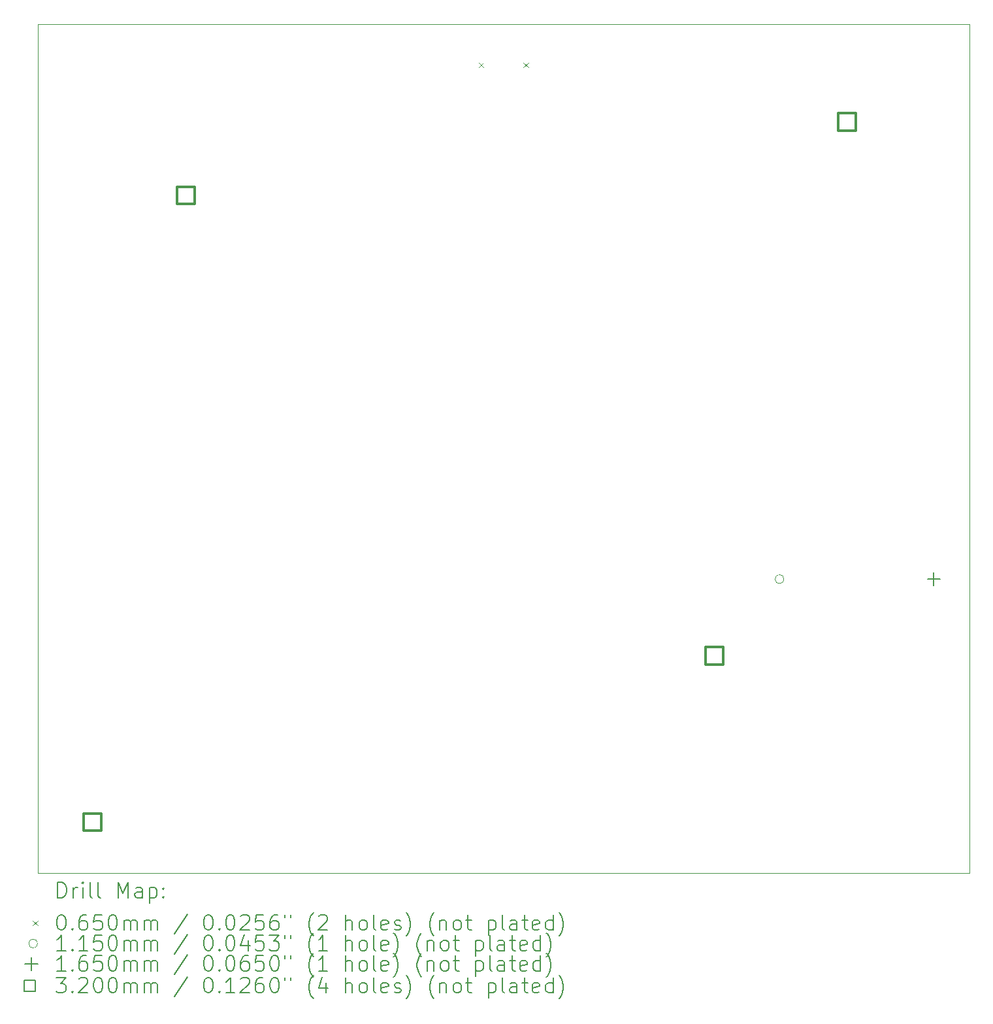
<source format=gbr>
%TF.GenerationSoftware,KiCad,Pcbnew,9.0.5*%
%TF.CreationDate,2025-11-15T17:57:00+00:00*%
%TF.ProjectId,gk,676b2e6b-6963-4616-945f-706362585858,rev?*%
%TF.SameCoordinates,Original*%
%TF.FileFunction,Drillmap*%
%TF.FilePolarity,Positive*%
%FSLAX45Y45*%
G04 Gerber Fmt 4.5, Leading zero omitted, Abs format (unit mm)*
G04 Created by KiCad (PCBNEW 9.0.5) date 2025-11-15 17:57:00*
%MOMM*%
%LPD*%
G01*
G04 APERTURE LIST*
%ADD10C,0.100000*%
%ADD11C,0.200000*%
%ADD12C,0.115000*%
%ADD13C,0.165000*%
%ADD14C,0.320000*%
G04 APERTURE END LIST*
D10*
X4103849Y-3102944D02*
X16173849Y-3102944D01*
X16173849Y-14102944D01*
X4103849Y-14102944D01*
X4103849Y-3102944D01*
D11*
D10*
X9815079Y-3596874D02*
X9880079Y-3661874D01*
X9880079Y-3596874D02*
X9815079Y-3661874D01*
X10393079Y-3596874D02*
X10458079Y-3661874D01*
X10458079Y-3596874D02*
X10393079Y-3661874D01*
D12*
X13771349Y-10290444D02*
G75*
G02*
X13656349Y-10290444I-57500J0D01*
G01*
X13656349Y-10290444D02*
G75*
G02*
X13771349Y-10290444I57500J0D01*
G01*
D13*
X15713849Y-10207944D02*
X15713849Y-10372944D01*
X15631349Y-10290444D02*
X15796349Y-10290444D01*
D14*
X4924487Y-13551532D02*
X4924487Y-13325256D01*
X4698211Y-13325256D01*
X4698211Y-13551532D01*
X4924487Y-13551532D01*
X6130735Y-5433259D02*
X6130735Y-5206983D01*
X5904459Y-5206983D01*
X5904459Y-5433259D01*
X6130735Y-5433259D01*
X12982637Y-11398882D02*
X12982637Y-11172606D01*
X12756361Y-11172606D01*
X12756361Y-11398882D01*
X12982637Y-11398882D01*
X14703235Y-4480759D02*
X14703235Y-4254483D01*
X14476959Y-4254483D01*
X14476959Y-4480759D01*
X14703235Y-4480759D01*
D11*
X4359626Y-14419428D02*
X4359626Y-14219428D01*
X4359626Y-14219428D02*
X4407245Y-14219428D01*
X4407245Y-14219428D02*
X4435816Y-14228951D01*
X4435816Y-14228951D02*
X4454864Y-14247999D01*
X4454864Y-14247999D02*
X4464388Y-14267047D01*
X4464388Y-14267047D02*
X4473912Y-14305142D01*
X4473912Y-14305142D02*
X4473912Y-14333713D01*
X4473912Y-14333713D02*
X4464388Y-14371809D01*
X4464388Y-14371809D02*
X4454864Y-14390856D01*
X4454864Y-14390856D02*
X4435816Y-14409904D01*
X4435816Y-14409904D02*
X4407245Y-14419428D01*
X4407245Y-14419428D02*
X4359626Y-14419428D01*
X4559626Y-14419428D02*
X4559626Y-14286094D01*
X4559626Y-14324190D02*
X4569150Y-14305142D01*
X4569150Y-14305142D02*
X4578674Y-14295618D01*
X4578674Y-14295618D02*
X4597721Y-14286094D01*
X4597721Y-14286094D02*
X4616769Y-14286094D01*
X4683435Y-14419428D02*
X4683435Y-14286094D01*
X4683435Y-14219428D02*
X4673912Y-14228951D01*
X4673912Y-14228951D02*
X4683435Y-14238475D01*
X4683435Y-14238475D02*
X4692959Y-14228951D01*
X4692959Y-14228951D02*
X4683435Y-14219428D01*
X4683435Y-14219428D02*
X4683435Y-14238475D01*
X4807245Y-14419428D02*
X4788197Y-14409904D01*
X4788197Y-14409904D02*
X4778674Y-14390856D01*
X4778674Y-14390856D02*
X4778674Y-14219428D01*
X4912007Y-14419428D02*
X4892959Y-14409904D01*
X4892959Y-14409904D02*
X4883435Y-14390856D01*
X4883435Y-14390856D02*
X4883435Y-14219428D01*
X5140578Y-14419428D02*
X5140578Y-14219428D01*
X5140578Y-14219428D02*
X5207245Y-14362285D01*
X5207245Y-14362285D02*
X5273912Y-14219428D01*
X5273912Y-14219428D02*
X5273912Y-14419428D01*
X5454864Y-14419428D02*
X5454864Y-14314666D01*
X5454864Y-14314666D02*
X5445340Y-14295618D01*
X5445340Y-14295618D02*
X5426293Y-14286094D01*
X5426293Y-14286094D02*
X5388197Y-14286094D01*
X5388197Y-14286094D02*
X5369150Y-14295618D01*
X5454864Y-14409904D02*
X5435816Y-14419428D01*
X5435816Y-14419428D02*
X5388197Y-14419428D01*
X5388197Y-14419428D02*
X5369150Y-14409904D01*
X5369150Y-14409904D02*
X5359626Y-14390856D01*
X5359626Y-14390856D02*
X5359626Y-14371809D01*
X5359626Y-14371809D02*
X5369150Y-14352761D01*
X5369150Y-14352761D02*
X5388197Y-14343237D01*
X5388197Y-14343237D02*
X5435816Y-14343237D01*
X5435816Y-14343237D02*
X5454864Y-14333713D01*
X5550102Y-14286094D02*
X5550102Y-14486094D01*
X5550102Y-14295618D02*
X5569150Y-14286094D01*
X5569150Y-14286094D02*
X5607245Y-14286094D01*
X5607245Y-14286094D02*
X5626293Y-14295618D01*
X5626293Y-14295618D02*
X5635816Y-14305142D01*
X5635816Y-14305142D02*
X5645340Y-14324190D01*
X5645340Y-14324190D02*
X5645340Y-14381332D01*
X5645340Y-14381332D02*
X5635816Y-14400380D01*
X5635816Y-14400380D02*
X5626293Y-14409904D01*
X5626293Y-14409904D02*
X5607245Y-14419428D01*
X5607245Y-14419428D02*
X5569150Y-14419428D01*
X5569150Y-14419428D02*
X5550102Y-14409904D01*
X5731054Y-14400380D02*
X5740578Y-14409904D01*
X5740578Y-14409904D02*
X5731054Y-14419428D01*
X5731054Y-14419428D02*
X5721531Y-14409904D01*
X5721531Y-14409904D02*
X5731054Y-14400380D01*
X5731054Y-14400380D02*
X5731054Y-14419428D01*
X5731054Y-14295618D02*
X5740578Y-14305142D01*
X5740578Y-14305142D02*
X5731054Y-14314666D01*
X5731054Y-14314666D02*
X5721531Y-14305142D01*
X5721531Y-14305142D02*
X5731054Y-14295618D01*
X5731054Y-14295618D02*
X5731054Y-14314666D01*
D10*
X4033849Y-14715444D02*
X4098849Y-14780444D01*
X4098849Y-14715444D02*
X4033849Y-14780444D01*
D11*
X4397721Y-14639428D02*
X4416769Y-14639428D01*
X4416769Y-14639428D02*
X4435816Y-14648951D01*
X4435816Y-14648951D02*
X4445340Y-14658475D01*
X4445340Y-14658475D02*
X4454864Y-14677523D01*
X4454864Y-14677523D02*
X4464388Y-14715618D01*
X4464388Y-14715618D02*
X4464388Y-14763237D01*
X4464388Y-14763237D02*
X4454864Y-14801332D01*
X4454864Y-14801332D02*
X4445340Y-14820380D01*
X4445340Y-14820380D02*
X4435816Y-14829904D01*
X4435816Y-14829904D02*
X4416769Y-14839428D01*
X4416769Y-14839428D02*
X4397721Y-14839428D01*
X4397721Y-14839428D02*
X4378674Y-14829904D01*
X4378674Y-14829904D02*
X4369150Y-14820380D01*
X4369150Y-14820380D02*
X4359626Y-14801332D01*
X4359626Y-14801332D02*
X4350102Y-14763237D01*
X4350102Y-14763237D02*
X4350102Y-14715618D01*
X4350102Y-14715618D02*
X4359626Y-14677523D01*
X4359626Y-14677523D02*
X4369150Y-14658475D01*
X4369150Y-14658475D02*
X4378674Y-14648951D01*
X4378674Y-14648951D02*
X4397721Y-14639428D01*
X4550102Y-14820380D02*
X4559626Y-14829904D01*
X4559626Y-14829904D02*
X4550102Y-14839428D01*
X4550102Y-14839428D02*
X4540578Y-14829904D01*
X4540578Y-14829904D02*
X4550102Y-14820380D01*
X4550102Y-14820380D02*
X4550102Y-14839428D01*
X4731055Y-14639428D02*
X4692959Y-14639428D01*
X4692959Y-14639428D02*
X4673912Y-14648951D01*
X4673912Y-14648951D02*
X4664388Y-14658475D01*
X4664388Y-14658475D02*
X4645340Y-14687047D01*
X4645340Y-14687047D02*
X4635816Y-14725142D01*
X4635816Y-14725142D02*
X4635816Y-14801332D01*
X4635816Y-14801332D02*
X4645340Y-14820380D01*
X4645340Y-14820380D02*
X4654864Y-14829904D01*
X4654864Y-14829904D02*
X4673912Y-14839428D01*
X4673912Y-14839428D02*
X4712007Y-14839428D01*
X4712007Y-14839428D02*
X4731055Y-14829904D01*
X4731055Y-14829904D02*
X4740578Y-14820380D01*
X4740578Y-14820380D02*
X4750102Y-14801332D01*
X4750102Y-14801332D02*
X4750102Y-14753713D01*
X4750102Y-14753713D02*
X4740578Y-14734666D01*
X4740578Y-14734666D02*
X4731055Y-14725142D01*
X4731055Y-14725142D02*
X4712007Y-14715618D01*
X4712007Y-14715618D02*
X4673912Y-14715618D01*
X4673912Y-14715618D02*
X4654864Y-14725142D01*
X4654864Y-14725142D02*
X4645340Y-14734666D01*
X4645340Y-14734666D02*
X4635816Y-14753713D01*
X4931055Y-14639428D02*
X4835816Y-14639428D01*
X4835816Y-14639428D02*
X4826293Y-14734666D01*
X4826293Y-14734666D02*
X4835816Y-14725142D01*
X4835816Y-14725142D02*
X4854864Y-14715618D01*
X4854864Y-14715618D02*
X4902483Y-14715618D01*
X4902483Y-14715618D02*
X4921531Y-14725142D01*
X4921531Y-14725142D02*
X4931055Y-14734666D01*
X4931055Y-14734666D02*
X4940578Y-14753713D01*
X4940578Y-14753713D02*
X4940578Y-14801332D01*
X4940578Y-14801332D02*
X4931055Y-14820380D01*
X4931055Y-14820380D02*
X4921531Y-14829904D01*
X4921531Y-14829904D02*
X4902483Y-14839428D01*
X4902483Y-14839428D02*
X4854864Y-14839428D01*
X4854864Y-14839428D02*
X4835816Y-14829904D01*
X4835816Y-14829904D02*
X4826293Y-14820380D01*
X5064388Y-14639428D02*
X5083436Y-14639428D01*
X5083436Y-14639428D02*
X5102483Y-14648951D01*
X5102483Y-14648951D02*
X5112007Y-14658475D01*
X5112007Y-14658475D02*
X5121531Y-14677523D01*
X5121531Y-14677523D02*
X5131055Y-14715618D01*
X5131055Y-14715618D02*
X5131055Y-14763237D01*
X5131055Y-14763237D02*
X5121531Y-14801332D01*
X5121531Y-14801332D02*
X5112007Y-14820380D01*
X5112007Y-14820380D02*
X5102483Y-14829904D01*
X5102483Y-14829904D02*
X5083436Y-14839428D01*
X5083436Y-14839428D02*
X5064388Y-14839428D01*
X5064388Y-14839428D02*
X5045340Y-14829904D01*
X5045340Y-14829904D02*
X5035816Y-14820380D01*
X5035816Y-14820380D02*
X5026293Y-14801332D01*
X5026293Y-14801332D02*
X5016769Y-14763237D01*
X5016769Y-14763237D02*
X5016769Y-14715618D01*
X5016769Y-14715618D02*
X5026293Y-14677523D01*
X5026293Y-14677523D02*
X5035816Y-14658475D01*
X5035816Y-14658475D02*
X5045340Y-14648951D01*
X5045340Y-14648951D02*
X5064388Y-14639428D01*
X5216769Y-14839428D02*
X5216769Y-14706094D01*
X5216769Y-14725142D02*
X5226293Y-14715618D01*
X5226293Y-14715618D02*
X5245340Y-14706094D01*
X5245340Y-14706094D02*
X5273912Y-14706094D01*
X5273912Y-14706094D02*
X5292959Y-14715618D01*
X5292959Y-14715618D02*
X5302483Y-14734666D01*
X5302483Y-14734666D02*
X5302483Y-14839428D01*
X5302483Y-14734666D02*
X5312007Y-14715618D01*
X5312007Y-14715618D02*
X5331055Y-14706094D01*
X5331055Y-14706094D02*
X5359626Y-14706094D01*
X5359626Y-14706094D02*
X5378674Y-14715618D01*
X5378674Y-14715618D02*
X5388197Y-14734666D01*
X5388197Y-14734666D02*
X5388197Y-14839428D01*
X5483436Y-14839428D02*
X5483436Y-14706094D01*
X5483436Y-14725142D02*
X5492959Y-14715618D01*
X5492959Y-14715618D02*
X5512007Y-14706094D01*
X5512007Y-14706094D02*
X5540578Y-14706094D01*
X5540578Y-14706094D02*
X5559626Y-14715618D01*
X5559626Y-14715618D02*
X5569150Y-14734666D01*
X5569150Y-14734666D02*
X5569150Y-14839428D01*
X5569150Y-14734666D02*
X5578674Y-14715618D01*
X5578674Y-14715618D02*
X5597721Y-14706094D01*
X5597721Y-14706094D02*
X5626293Y-14706094D01*
X5626293Y-14706094D02*
X5645340Y-14715618D01*
X5645340Y-14715618D02*
X5654864Y-14734666D01*
X5654864Y-14734666D02*
X5654864Y-14839428D01*
X6045340Y-14629904D02*
X5873912Y-14887047D01*
X6302483Y-14639428D02*
X6321531Y-14639428D01*
X6321531Y-14639428D02*
X6340578Y-14648951D01*
X6340578Y-14648951D02*
X6350102Y-14658475D01*
X6350102Y-14658475D02*
X6359626Y-14677523D01*
X6359626Y-14677523D02*
X6369150Y-14715618D01*
X6369150Y-14715618D02*
X6369150Y-14763237D01*
X6369150Y-14763237D02*
X6359626Y-14801332D01*
X6359626Y-14801332D02*
X6350102Y-14820380D01*
X6350102Y-14820380D02*
X6340578Y-14829904D01*
X6340578Y-14829904D02*
X6321531Y-14839428D01*
X6321531Y-14839428D02*
X6302483Y-14839428D01*
X6302483Y-14839428D02*
X6283436Y-14829904D01*
X6283436Y-14829904D02*
X6273912Y-14820380D01*
X6273912Y-14820380D02*
X6264388Y-14801332D01*
X6264388Y-14801332D02*
X6254864Y-14763237D01*
X6254864Y-14763237D02*
X6254864Y-14715618D01*
X6254864Y-14715618D02*
X6264388Y-14677523D01*
X6264388Y-14677523D02*
X6273912Y-14658475D01*
X6273912Y-14658475D02*
X6283436Y-14648951D01*
X6283436Y-14648951D02*
X6302483Y-14639428D01*
X6454864Y-14820380D02*
X6464388Y-14829904D01*
X6464388Y-14829904D02*
X6454864Y-14839428D01*
X6454864Y-14839428D02*
X6445340Y-14829904D01*
X6445340Y-14829904D02*
X6454864Y-14820380D01*
X6454864Y-14820380D02*
X6454864Y-14839428D01*
X6588197Y-14639428D02*
X6607245Y-14639428D01*
X6607245Y-14639428D02*
X6626293Y-14648951D01*
X6626293Y-14648951D02*
X6635817Y-14658475D01*
X6635817Y-14658475D02*
X6645340Y-14677523D01*
X6645340Y-14677523D02*
X6654864Y-14715618D01*
X6654864Y-14715618D02*
X6654864Y-14763237D01*
X6654864Y-14763237D02*
X6645340Y-14801332D01*
X6645340Y-14801332D02*
X6635817Y-14820380D01*
X6635817Y-14820380D02*
X6626293Y-14829904D01*
X6626293Y-14829904D02*
X6607245Y-14839428D01*
X6607245Y-14839428D02*
X6588197Y-14839428D01*
X6588197Y-14839428D02*
X6569150Y-14829904D01*
X6569150Y-14829904D02*
X6559626Y-14820380D01*
X6559626Y-14820380D02*
X6550102Y-14801332D01*
X6550102Y-14801332D02*
X6540578Y-14763237D01*
X6540578Y-14763237D02*
X6540578Y-14715618D01*
X6540578Y-14715618D02*
X6550102Y-14677523D01*
X6550102Y-14677523D02*
X6559626Y-14658475D01*
X6559626Y-14658475D02*
X6569150Y-14648951D01*
X6569150Y-14648951D02*
X6588197Y-14639428D01*
X6731055Y-14658475D02*
X6740578Y-14648951D01*
X6740578Y-14648951D02*
X6759626Y-14639428D01*
X6759626Y-14639428D02*
X6807245Y-14639428D01*
X6807245Y-14639428D02*
X6826293Y-14648951D01*
X6826293Y-14648951D02*
X6835817Y-14658475D01*
X6835817Y-14658475D02*
X6845340Y-14677523D01*
X6845340Y-14677523D02*
X6845340Y-14696570D01*
X6845340Y-14696570D02*
X6835817Y-14725142D01*
X6835817Y-14725142D02*
X6721531Y-14839428D01*
X6721531Y-14839428D02*
X6845340Y-14839428D01*
X7026293Y-14639428D02*
X6931055Y-14639428D01*
X6931055Y-14639428D02*
X6921531Y-14734666D01*
X6921531Y-14734666D02*
X6931055Y-14725142D01*
X6931055Y-14725142D02*
X6950102Y-14715618D01*
X6950102Y-14715618D02*
X6997721Y-14715618D01*
X6997721Y-14715618D02*
X7016769Y-14725142D01*
X7016769Y-14725142D02*
X7026293Y-14734666D01*
X7026293Y-14734666D02*
X7035817Y-14753713D01*
X7035817Y-14753713D02*
X7035817Y-14801332D01*
X7035817Y-14801332D02*
X7026293Y-14820380D01*
X7026293Y-14820380D02*
X7016769Y-14829904D01*
X7016769Y-14829904D02*
X6997721Y-14839428D01*
X6997721Y-14839428D02*
X6950102Y-14839428D01*
X6950102Y-14839428D02*
X6931055Y-14829904D01*
X6931055Y-14829904D02*
X6921531Y-14820380D01*
X7207245Y-14639428D02*
X7169150Y-14639428D01*
X7169150Y-14639428D02*
X7150102Y-14648951D01*
X7150102Y-14648951D02*
X7140578Y-14658475D01*
X7140578Y-14658475D02*
X7121531Y-14687047D01*
X7121531Y-14687047D02*
X7112007Y-14725142D01*
X7112007Y-14725142D02*
X7112007Y-14801332D01*
X7112007Y-14801332D02*
X7121531Y-14820380D01*
X7121531Y-14820380D02*
X7131055Y-14829904D01*
X7131055Y-14829904D02*
X7150102Y-14839428D01*
X7150102Y-14839428D02*
X7188198Y-14839428D01*
X7188198Y-14839428D02*
X7207245Y-14829904D01*
X7207245Y-14829904D02*
X7216769Y-14820380D01*
X7216769Y-14820380D02*
X7226293Y-14801332D01*
X7226293Y-14801332D02*
X7226293Y-14753713D01*
X7226293Y-14753713D02*
X7216769Y-14734666D01*
X7216769Y-14734666D02*
X7207245Y-14725142D01*
X7207245Y-14725142D02*
X7188198Y-14715618D01*
X7188198Y-14715618D02*
X7150102Y-14715618D01*
X7150102Y-14715618D02*
X7131055Y-14725142D01*
X7131055Y-14725142D02*
X7121531Y-14734666D01*
X7121531Y-14734666D02*
X7112007Y-14753713D01*
X7302483Y-14639428D02*
X7302483Y-14677523D01*
X7378674Y-14639428D02*
X7378674Y-14677523D01*
X7673912Y-14915618D02*
X7664388Y-14906094D01*
X7664388Y-14906094D02*
X7645340Y-14877523D01*
X7645340Y-14877523D02*
X7635817Y-14858475D01*
X7635817Y-14858475D02*
X7626293Y-14829904D01*
X7626293Y-14829904D02*
X7616769Y-14782285D01*
X7616769Y-14782285D02*
X7616769Y-14744190D01*
X7616769Y-14744190D02*
X7626293Y-14696570D01*
X7626293Y-14696570D02*
X7635817Y-14667999D01*
X7635817Y-14667999D02*
X7645340Y-14648951D01*
X7645340Y-14648951D02*
X7664388Y-14620380D01*
X7664388Y-14620380D02*
X7673912Y-14610856D01*
X7740579Y-14658475D02*
X7750102Y-14648951D01*
X7750102Y-14648951D02*
X7769150Y-14639428D01*
X7769150Y-14639428D02*
X7816769Y-14639428D01*
X7816769Y-14639428D02*
X7835817Y-14648951D01*
X7835817Y-14648951D02*
X7845340Y-14658475D01*
X7845340Y-14658475D02*
X7854864Y-14677523D01*
X7854864Y-14677523D02*
X7854864Y-14696570D01*
X7854864Y-14696570D02*
X7845340Y-14725142D01*
X7845340Y-14725142D02*
X7731055Y-14839428D01*
X7731055Y-14839428D02*
X7854864Y-14839428D01*
X8092960Y-14839428D02*
X8092960Y-14639428D01*
X8178674Y-14839428D02*
X8178674Y-14734666D01*
X8178674Y-14734666D02*
X8169150Y-14715618D01*
X8169150Y-14715618D02*
X8150102Y-14706094D01*
X8150102Y-14706094D02*
X8121531Y-14706094D01*
X8121531Y-14706094D02*
X8102483Y-14715618D01*
X8102483Y-14715618D02*
X8092960Y-14725142D01*
X8302483Y-14839428D02*
X8283436Y-14829904D01*
X8283436Y-14829904D02*
X8273912Y-14820380D01*
X8273912Y-14820380D02*
X8264388Y-14801332D01*
X8264388Y-14801332D02*
X8264388Y-14744190D01*
X8264388Y-14744190D02*
X8273912Y-14725142D01*
X8273912Y-14725142D02*
X8283436Y-14715618D01*
X8283436Y-14715618D02*
X8302483Y-14706094D01*
X8302483Y-14706094D02*
X8331055Y-14706094D01*
X8331055Y-14706094D02*
X8350102Y-14715618D01*
X8350102Y-14715618D02*
X8359626Y-14725142D01*
X8359626Y-14725142D02*
X8369150Y-14744190D01*
X8369150Y-14744190D02*
X8369150Y-14801332D01*
X8369150Y-14801332D02*
X8359626Y-14820380D01*
X8359626Y-14820380D02*
X8350102Y-14829904D01*
X8350102Y-14829904D02*
X8331055Y-14839428D01*
X8331055Y-14839428D02*
X8302483Y-14839428D01*
X8483436Y-14839428D02*
X8464388Y-14829904D01*
X8464388Y-14829904D02*
X8454864Y-14810856D01*
X8454864Y-14810856D02*
X8454864Y-14639428D01*
X8635817Y-14829904D02*
X8616769Y-14839428D01*
X8616769Y-14839428D02*
X8578674Y-14839428D01*
X8578674Y-14839428D02*
X8559626Y-14829904D01*
X8559626Y-14829904D02*
X8550103Y-14810856D01*
X8550103Y-14810856D02*
X8550103Y-14734666D01*
X8550103Y-14734666D02*
X8559626Y-14715618D01*
X8559626Y-14715618D02*
X8578674Y-14706094D01*
X8578674Y-14706094D02*
X8616769Y-14706094D01*
X8616769Y-14706094D02*
X8635817Y-14715618D01*
X8635817Y-14715618D02*
X8645341Y-14734666D01*
X8645341Y-14734666D02*
X8645341Y-14753713D01*
X8645341Y-14753713D02*
X8550103Y-14772761D01*
X8721531Y-14829904D02*
X8740579Y-14839428D01*
X8740579Y-14839428D02*
X8778674Y-14839428D01*
X8778674Y-14839428D02*
X8797722Y-14829904D01*
X8797722Y-14829904D02*
X8807245Y-14810856D01*
X8807245Y-14810856D02*
X8807245Y-14801332D01*
X8807245Y-14801332D02*
X8797722Y-14782285D01*
X8797722Y-14782285D02*
X8778674Y-14772761D01*
X8778674Y-14772761D02*
X8750103Y-14772761D01*
X8750103Y-14772761D02*
X8731055Y-14763237D01*
X8731055Y-14763237D02*
X8721531Y-14744190D01*
X8721531Y-14744190D02*
X8721531Y-14734666D01*
X8721531Y-14734666D02*
X8731055Y-14715618D01*
X8731055Y-14715618D02*
X8750103Y-14706094D01*
X8750103Y-14706094D02*
X8778674Y-14706094D01*
X8778674Y-14706094D02*
X8797722Y-14715618D01*
X8873912Y-14915618D02*
X8883436Y-14906094D01*
X8883436Y-14906094D02*
X8902484Y-14877523D01*
X8902484Y-14877523D02*
X8912007Y-14858475D01*
X8912007Y-14858475D02*
X8921531Y-14829904D01*
X8921531Y-14829904D02*
X8931055Y-14782285D01*
X8931055Y-14782285D02*
X8931055Y-14744190D01*
X8931055Y-14744190D02*
X8921531Y-14696570D01*
X8921531Y-14696570D02*
X8912007Y-14667999D01*
X8912007Y-14667999D02*
X8902484Y-14648951D01*
X8902484Y-14648951D02*
X8883436Y-14620380D01*
X8883436Y-14620380D02*
X8873912Y-14610856D01*
X9235817Y-14915618D02*
X9226293Y-14906094D01*
X9226293Y-14906094D02*
X9207245Y-14877523D01*
X9207245Y-14877523D02*
X9197722Y-14858475D01*
X9197722Y-14858475D02*
X9188198Y-14829904D01*
X9188198Y-14829904D02*
X9178674Y-14782285D01*
X9178674Y-14782285D02*
X9178674Y-14744190D01*
X9178674Y-14744190D02*
X9188198Y-14696570D01*
X9188198Y-14696570D02*
X9197722Y-14667999D01*
X9197722Y-14667999D02*
X9207245Y-14648951D01*
X9207245Y-14648951D02*
X9226293Y-14620380D01*
X9226293Y-14620380D02*
X9235817Y-14610856D01*
X9312007Y-14706094D02*
X9312007Y-14839428D01*
X9312007Y-14725142D02*
X9321531Y-14715618D01*
X9321531Y-14715618D02*
X9340579Y-14706094D01*
X9340579Y-14706094D02*
X9369150Y-14706094D01*
X9369150Y-14706094D02*
X9388198Y-14715618D01*
X9388198Y-14715618D02*
X9397722Y-14734666D01*
X9397722Y-14734666D02*
X9397722Y-14839428D01*
X9521531Y-14839428D02*
X9502484Y-14829904D01*
X9502484Y-14829904D02*
X9492960Y-14820380D01*
X9492960Y-14820380D02*
X9483436Y-14801332D01*
X9483436Y-14801332D02*
X9483436Y-14744190D01*
X9483436Y-14744190D02*
X9492960Y-14725142D01*
X9492960Y-14725142D02*
X9502484Y-14715618D01*
X9502484Y-14715618D02*
X9521531Y-14706094D01*
X9521531Y-14706094D02*
X9550103Y-14706094D01*
X9550103Y-14706094D02*
X9569150Y-14715618D01*
X9569150Y-14715618D02*
X9578674Y-14725142D01*
X9578674Y-14725142D02*
X9588198Y-14744190D01*
X9588198Y-14744190D02*
X9588198Y-14801332D01*
X9588198Y-14801332D02*
X9578674Y-14820380D01*
X9578674Y-14820380D02*
X9569150Y-14829904D01*
X9569150Y-14829904D02*
X9550103Y-14839428D01*
X9550103Y-14839428D02*
X9521531Y-14839428D01*
X9645341Y-14706094D02*
X9721531Y-14706094D01*
X9673912Y-14639428D02*
X9673912Y-14810856D01*
X9673912Y-14810856D02*
X9683436Y-14829904D01*
X9683436Y-14829904D02*
X9702484Y-14839428D01*
X9702484Y-14839428D02*
X9721531Y-14839428D01*
X9940579Y-14706094D02*
X9940579Y-14906094D01*
X9940579Y-14715618D02*
X9959626Y-14706094D01*
X9959626Y-14706094D02*
X9997722Y-14706094D01*
X9997722Y-14706094D02*
X10016769Y-14715618D01*
X10016769Y-14715618D02*
X10026293Y-14725142D01*
X10026293Y-14725142D02*
X10035817Y-14744190D01*
X10035817Y-14744190D02*
X10035817Y-14801332D01*
X10035817Y-14801332D02*
X10026293Y-14820380D01*
X10026293Y-14820380D02*
X10016769Y-14829904D01*
X10016769Y-14829904D02*
X9997722Y-14839428D01*
X9997722Y-14839428D02*
X9959626Y-14839428D01*
X9959626Y-14839428D02*
X9940579Y-14829904D01*
X10150103Y-14839428D02*
X10131055Y-14829904D01*
X10131055Y-14829904D02*
X10121531Y-14810856D01*
X10121531Y-14810856D02*
X10121531Y-14639428D01*
X10312007Y-14839428D02*
X10312007Y-14734666D01*
X10312007Y-14734666D02*
X10302484Y-14715618D01*
X10302484Y-14715618D02*
X10283436Y-14706094D01*
X10283436Y-14706094D02*
X10245341Y-14706094D01*
X10245341Y-14706094D02*
X10226293Y-14715618D01*
X10312007Y-14829904D02*
X10292960Y-14839428D01*
X10292960Y-14839428D02*
X10245341Y-14839428D01*
X10245341Y-14839428D02*
X10226293Y-14829904D01*
X10226293Y-14829904D02*
X10216769Y-14810856D01*
X10216769Y-14810856D02*
X10216769Y-14791809D01*
X10216769Y-14791809D02*
X10226293Y-14772761D01*
X10226293Y-14772761D02*
X10245341Y-14763237D01*
X10245341Y-14763237D02*
X10292960Y-14763237D01*
X10292960Y-14763237D02*
X10312007Y-14753713D01*
X10378674Y-14706094D02*
X10454865Y-14706094D01*
X10407246Y-14639428D02*
X10407246Y-14810856D01*
X10407246Y-14810856D02*
X10416769Y-14829904D01*
X10416769Y-14829904D02*
X10435817Y-14839428D01*
X10435817Y-14839428D02*
X10454865Y-14839428D01*
X10597722Y-14829904D02*
X10578674Y-14839428D01*
X10578674Y-14839428D02*
X10540579Y-14839428D01*
X10540579Y-14839428D02*
X10521531Y-14829904D01*
X10521531Y-14829904D02*
X10512007Y-14810856D01*
X10512007Y-14810856D02*
X10512007Y-14734666D01*
X10512007Y-14734666D02*
X10521531Y-14715618D01*
X10521531Y-14715618D02*
X10540579Y-14706094D01*
X10540579Y-14706094D02*
X10578674Y-14706094D01*
X10578674Y-14706094D02*
X10597722Y-14715618D01*
X10597722Y-14715618D02*
X10607246Y-14734666D01*
X10607246Y-14734666D02*
X10607246Y-14753713D01*
X10607246Y-14753713D02*
X10512007Y-14772761D01*
X10778674Y-14839428D02*
X10778674Y-14639428D01*
X10778674Y-14829904D02*
X10759627Y-14839428D01*
X10759627Y-14839428D02*
X10721531Y-14839428D01*
X10721531Y-14839428D02*
X10702484Y-14829904D01*
X10702484Y-14829904D02*
X10692960Y-14820380D01*
X10692960Y-14820380D02*
X10683436Y-14801332D01*
X10683436Y-14801332D02*
X10683436Y-14744190D01*
X10683436Y-14744190D02*
X10692960Y-14725142D01*
X10692960Y-14725142D02*
X10702484Y-14715618D01*
X10702484Y-14715618D02*
X10721531Y-14706094D01*
X10721531Y-14706094D02*
X10759627Y-14706094D01*
X10759627Y-14706094D02*
X10778674Y-14715618D01*
X10854865Y-14915618D02*
X10864388Y-14906094D01*
X10864388Y-14906094D02*
X10883436Y-14877523D01*
X10883436Y-14877523D02*
X10892960Y-14858475D01*
X10892960Y-14858475D02*
X10902484Y-14829904D01*
X10902484Y-14829904D02*
X10912007Y-14782285D01*
X10912007Y-14782285D02*
X10912007Y-14744190D01*
X10912007Y-14744190D02*
X10902484Y-14696570D01*
X10902484Y-14696570D02*
X10892960Y-14667999D01*
X10892960Y-14667999D02*
X10883436Y-14648951D01*
X10883436Y-14648951D02*
X10864388Y-14620380D01*
X10864388Y-14620380D02*
X10854865Y-14610856D01*
D12*
X4098849Y-15011944D02*
G75*
G02*
X3983849Y-15011944I-57500J0D01*
G01*
X3983849Y-15011944D02*
G75*
G02*
X4098849Y-15011944I57500J0D01*
G01*
D11*
X4464388Y-15103428D02*
X4350102Y-15103428D01*
X4407245Y-15103428D02*
X4407245Y-14903428D01*
X4407245Y-14903428D02*
X4388197Y-14931999D01*
X4388197Y-14931999D02*
X4369150Y-14951047D01*
X4369150Y-14951047D02*
X4350102Y-14960570D01*
X4550102Y-15084380D02*
X4559626Y-15093904D01*
X4559626Y-15093904D02*
X4550102Y-15103428D01*
X4550102Y-15103428D02*
X4540578Y-15093904D01*
X4540578Y-15093904D02*
X4550102Y-15084380D01*
X4550102Y-15084380D02*
X4550102Y-15103428D01*
X4750102Y-15103428D02*
X4635816Y-15103428D01*
X4692959Y-15103428D02*
X4692959Y-14903428D01*
X4692959Y-14903428D02*
X4673912Y-14931999D01*
X4673912Y-14931999D02*
X4654864Y-14951047D01*
X4654864Y-14951047D02*
X4635816Y-14960570D01*
X4931055Y-14903428D02*
X4835816Y-14903428D01*
X4835816Y-14903428D02*
X4826293Y-14998666D01*
X4826293Y-14998666D02*
X4835816Y-14989142D01*
X4835816Y-14989142D02*
X4854864Y-14979618D01*
X4854864Y-14979618D02*
X4902483Y-14979618D01*
X4902483Y-14979618D02*
X4921531Y-14989142D01*
X4921531Y-14989142D02*
X4931055Y-14998666D01*
X4931055Y-14998666D02*
X4940578Y-15017713D01*
X4940578Y-15017713D02*
X4940578Y-15065332D01*
X4940578Y-15065332D02*
X4931055Y-15084380D01*
X4931055Y-15084380D02*
X4921531Y-15093904D01*
X4921531Y-15093904D02*
X4902483Y-15103428D01*
X4902483Y-15103428D02*
X4854864Y-15103428D01*
X4854864Y-15103428D02*
X4835816Y-15093904D01*
X4835816Y-15093904D02*
X4826293Y-15084380D01*
X5064388Y-14903428D02*
X5083436Y-14903428D01*
X5083436Y-14903428D02*
X5102483Y-14912951D01*
X5102483Y-14912951D02*
X5112007Y-14922475D01*
X5112007Y-14922475D02*
X5121531Y-14941523D01*
X5121531Y-14941523D02*
X5131055Y-14979618D01*
X5131055Y-14979618D02*
X5131055Y-15027237D01*
X5131055Y-15027237D02*
X5121531Y-15065332D01*
X5121531Y-15065332D02*
X5112007Y-15084380D01*
X5112007Y-15084380D02*
X5102483Y-15093904D01*
X5102483Y-15093904D02*
X5083436Y-15103428D01*
X5083436Y-15103428D02*
X5064388Y-15103428D01*
X5064388Y-15103428D02*
X5045340Y-15093904D01*
X5045340Y-15093904D02*
X5035816Y-15084380D01*
X5035816Y-15084380D02*
X5026293Y-15065332D01*
X5026293Y-15065332D02*
X5016769Y-15027237D01*
X5016769Y-15027237D02*
X5016769Y-14979618D01*
X5016769Y-14979618D02*
X5026293Y-14941523D01*
X5026293Y-14941523D02*
X5035816Y-14922475D01*
X5035816Y-14922475D02*
X5045340Y-14912951D01*
X5045340Y-14912951D02*
X5064388Y-14903428D01*
X5216769Y-15103428D02*
X5216769Y-14970094D01*
X5216769Y-14989142D02*
X5226293Y-14979618D01*
X5226293Y-14979618D02*
X5245340Y-14970094D01*
X5245340Y-14970094D02*
X5273912Y-14970094D01*
X5273912Y-14970094D02*
X5292959Y-14979618D01*
X5292959Y-14979618D02*
X5302483Y-14998666D01*
X5302483Y-14998666D02*
X5302483Y-15103428D01*
X5302483Y-14998666D02*
X5312007Y-14979618D01*
X5312007Y-14979618D02*
X5331055Y-14970094D01*
X5331055Y-14970094D02*
X5359626Y-14970094D01*
X5359626Y-14970094D02*
X5378674Y-14979618D01*
X5378674Y-14979618D02*
X5388197Y-14998666D01*
X5388197Y-14998666D02*
X5388197Y-15103428D01*
X5483436Y-15103428D02*
X5483436Y-14970094D01*
X5483436Y-14989142D02*
X5492959Y-14979618D01*
X5492959Y-14979618D02*
X5512007Y-14970094D01*
X5512007Y-14970094D02*
X5540578Y-14970094D01*
X5540578Y-14970094D02*
X5559626Y-14979618D01*
X5559626Y-14979618D02*
X5569150Y-14998666D01*
X5569150Y-14998666D02*
X5569150Y-15103428D01*
X5569150Y-14998666D02*
X5578674Y-14979618D01*
X5578674Y-14979618D02*
X5597721Y-14970094D01*
X5597721Y-14970094D02*
X5626293Y-14970094D01*
X5626293Y-14970094D02*
X5645340Y-14979618D01*
X5645340Y-14979618D02*
X5654864Y-14998666D01*
X5654864Y-14998666D02*
X5654864Y-15103428D01*
X6045340Y-14893904D02*
X5873912Y-15151047D01*
X6302483Y-14903428D02*
X6321531Y-14903428D01*
X6321531Y-14903428D02*
X6340578Y-14912951D01*
X6340578Y-14912951D02*
X6350102Y-14922475D01*
X6350102Y-14922475D02*
X6359626Y-14941523D01*
X6359626Y-14941523D02*
X6369150Y-14979618D01*
X6369150Y-14979618D02*
X6369150Y-15027237D01*
X6369150Y-15027237D02*
X6359626Y-15065332D01*
X6359626Y-15065332D02*
X6350102Y-15084380D01*
X6350102Y-15084380D02*
X6340578Y-15093904D01*
X6340578Y-15093904D02*
X6321531Y-15103428D01*
X6321531Y-15103428D02*
X6302483Y-15103428D01*
X6302483Y-15103428D02*
X6283436Y-15093904D01*
X6283436Y-15093904D02*
X6273912Y-15084380D01*
X6273912Y-15084380D02*
X6264388Y-15065332D01*
X6264388Y-15065332D02*
X6254864Y-15027237D01*
X6254864Y-15027237D02*
X6254864Y-14979618D01*
X6254864Y-14979618D02*
X6264388Y-14941523D01*
X6264388Y-14941523D02*
X6273912Y-14922475D01*
X6273912Y-14922475D02*
X6283436Y-14912951D01*
X6283436Y-14912951D02*
X6302483Y-14903428D01*
X6454864Y-15084380D02*
X6464388Y-15093904D01*
X6464388Y-15093904D02*
X6454864Y-15103428D01*
X6454864Y-15103428D02*
X6445340Y-15093904D01*
X6445340Y-15093904D02*
X6454864Y-15084380D01*
X6454864Y-15084380D02*
X6454864Y-15103428D01*
X6588197Y-14903428D02*
X6607245Y-14903428D01*
X6607245Y-14903428D02*
X6626293Y-14912951D01*
X6626293Y-14912951D02*
X6635817Y-14922475D01*
X6635817Y-14922475D02*
X6645340Y-14941523D01*
X6645340Y-14941523D02*
X6654864Y-14979618D01*
X6654864Y-14979618D02*
X6654864Y-15027237D01*
X6654864Y-15027237D02*
X6645340Y-15065332D01*
X6645340Y-15065332D02*
X6635817Y-15084380D01*
X6635817Y-15084380D02*
X6626293Y-15093904D01*
X6626293Y-15093904D02*
X6607245Y-15103428D01*
X6607245Y-15103428D02*
X6588197Y-15103428D01*
X6588197Y-15103428D02*
X6569150Y-15093904D01*
X6569150Y-15093904D02*
X6559626Y-15084380D01*
X6559626Y-15084380D02*
X6550102Y-15065332D01*
X6550102Y-15065332D02*
X6540578Y-15027237D01*
X6540578Y-15027237D02*
X6540578Y-14979618D01*
X6540578Y-14979618D02*
X6550102Y-14941523D01*
X6550102Y-14941523D02*
X6559626Y-14922475D01*
X6559626Y-14922475D02*
X6569150Y-14912951D01*
X6569150Y-14912951D02*
X6588197Y-14903428D01*
X6826293Y-14970094D02*
X6826293Y-15103428D01*
X6778674Y-14893904D02*
X6731055Y-15036761D01*
X6731055Y-15036761D02*
X6854864Y-15036761D01*
X7026293Y-14903428D02*
X6931055Y-14903428D01*
X6931055Y-14903428D02*
X6921531Y-14998666D01*
X6921531Y-14998666D02*
X6931055Y-14989142D01*
X6931055Y-14989142D02*
X6950102Y-14979618D01*
X6950102Y-14979618D02*
X6997721Y-14979618D01*
X6997721Y-14979618D02*
X7016769Y-14989142D01*
X7016769Y-14989142D02*
X7026293Y-14998666D01*
X7026293Y-14998666D02*
X7035817Y-15017713D01*
X7035817Y-15017713D02*
X7035817Y-15065332D01*
X7035817Y-15065332D02*
X7026293Y-15084380D01*
X7026293Y-15084380D02*
X7016769Y-15093904D01*
X7016769Y-15093904D02*
X6997721Y-15103428D01*
X6997721Y-15103428D02*
X6950102Y-15103428D01*
X6950102Y-15103428D02*
X6931055Y-15093904D01*
X6931055Y-15093904D02*
X6921531Y-15084380D01*
X7102483Y-14903428D02*
X7226293Y-14903428D01*
X7226293Y-14903428D02*
X7159626Y-14979618D01*
X7159626Y-14979618D02*
X7188198Y-14979618D01*
X7188198Y-14979618D02*
X7207245Y-14989142D01*
X7207245Y-14989142D02*
X7216769Y-14998666D01*
X7216769Y-14998666D02*
X7226293Y-15017713D01*
X7226293Y-15017713D02*
X7226293Y-15065332D01*
X7226293Y-15065332D02*
X7216769Y-15084380D01*
X7216769Y-15084380D02*
X7207245Y-15093904D01*
X7207245Y-15093904D02*
X7188198Y-15103428D01*
X7188198Y-15103428D02*
X7131055Y-15103428D01*
X7131055Y-15103428D02*
X7112007Y-15093904D01*
X7112007Y-15093904D02*
X7102483Y-15084380D01*
X7302483Y-14903428D02*
X7302483Y-14941523D01*
X7378674Y-14903428D02*
X7378674Y-14941523D01*
X7673912Y-15179618D02*
X7664388Y-15170094D01*
X7664388Y-15170094D02*
X7645340Y-15141523D01*
X7645340Y-15141523D02*
X7635817Y-15122475D01*
X7635817Y-15122475D02*
X7626293Y-15093904D01*
X7626293Y-15093904D02*
X7616769Y-15046285D01*
X7616769Y-15046285D02*
X7616769Y-15008190D01*
X7616769Y-15008190D02*
X7626293Y-14960570D01*
X7626293Y-14960570D02*
X7635817Y-14931999D01*
X7635817Y-14931999D02*
X7645340Y-14912951D01*
X7645340Y-14912951D02*
X7664388Y-14884380D01*
X7664388Y-14884380D02*
X7673912Y-14874856D01*
X7854864Y-15103428D02*
X7740579Y-15103428D01*
X7797721Y-15103428D02*
X7797721Y-14903428D01*
X7797721Y-14903428D02*
X7778674Y-14931999D01*
X7778674Y-14931999D02*
X7759626Y-14951047D01*
X7759626Y-14951047D02*
X7740579Y-14960570D01*
X8092960Y-15103428D02*
X8092960Y-14903428D01*
X8178674Y-15103428D02*
X8178674Y-14998666D01*
X8178674Y-14998666D02*
X8169150Y-14979618D01*
X8169150Y-14979618D02*
X8150102Y-14970094D01*
X8150102Y-14970094D02*
X8121531Y-14970094D01*
X8121531Y-14970094D02*
X8102483Y-14979618D01*
X8102483Y-14979618D02*
X8092960Y-14989142D01*
X8302483Y-15103428D02*
X8283436Y-15093904D01*
X8283436Y-15093904D02*
X8273912Y-15084380D01*
X8273912Y-15084380D02*
X8264388Y-15065332D01*
X8264388Y-15065332D02*
X8264388Y-15008190D01*
X8264388Y-15008190D02*
X8273912Y-14989142D01*
X8273912Y-14989142D02*
X8283436Y-14979618D01*
X8283436Y-14979618D02*
X8302483Y-14970094D01*
X8302483Y-14970094D02*
X8331055Y-14970094D01*
X8331055Y-14970094D02*
X8350102Y-14979618D01*
X8350102Y-14979618D02*
X8359626Y-14989142D01*
X8359626Y-14989142D02*
X8369150Y-15008190D01*
X8369150Y-15008190D02*
X8369150Y-15065332D01*
X8369150Y-15065332D02*
X8359626Y-15084380D01*
X8359626Y-15084380D02*
X8350102Y-15093904D01*
X8350102Y-15093904D02*
X8331055Y-15103428D01*
X8331055Y-15103428D02*
X8302483Y-15103428D01*
X8483436Y-15103428D02*
X8464388Y-15093904D01*
X8464388Y-15093904D02*
X8454864Y-15074856D01*
X8454864Y-15074856D02*
X8454864Y-14903428D01*
X8635817Y-15093904D02*
X8616769Y-15103428D01*
X8616769Y-15103428D02*
X8578674Y-15103428D01*
X8578674Y-15103428D02*
X8559626Y-15093904D01*
X8559626Y-15093904D02*
X8550103Y-15074856D01*
X8550103Y-15074856D02*
X8550103Y-14998666D01*
X8550103Y-14998666D02*
X8559626Y-14979618D01*
X8559626Y-14979618D02*
X8578674Y-14970094D01*
X8578674Y-14970094D02*
X8616769Y-14970094D01*
X8616769Y-14970094D02*
X8635817Y-14979618D01*
X8635817Y-14979618D02*
X8645341Y-14998666D01*
X8645341Y-14998666D02*
X8645341Y-15017713D01*
X8645341Y-15017713D02*
X8550103Y-15036761D01*
X8712007Y-15179618D02*
X8721531Y-15170094D01*
X8721531Y-15170094D02*
X8740579Y-15141523D01*
X8740579Y-15141523D02*
X8750103Y-15122475D01*
X8750103Y-15122475D02*
X8759626Y-15093904D01*
X8759626Y-15093904D02*
X8769150Y-15046285D01*
X8769150Y-15046285D02*
X8769150Y-15008190D01*
X8769150Y-15008190D02*
X8759626Y-14960570D01*
X8759626Y-14960570D02*
X8750103Y-14931999D01*
X8750103Y-14931999D02*
X8740579Y-14912951D01*
X8740579Y-14912951D02*
X8721531Y-14884380D01*
X8721531Y-14884380D02*
X8712007Y-14874856D01*
X9073912Y-15179618D02*
X9064388Y-15170094D01*
X9064388Y-15170094D02*
X9045341Y-15141523D01*
X9045341Y-15141523D02*
X9035817Y-15122475D01*
X9035817Y-15122475D02*
X9026293Y-15093904D01*
X9026293Y-15093904D02*
X9016769Y-15046285D01*
X9016769Y-15046285D02*
X9016769Y-15008190D01*
X9016769Y-15008190D02*
X9026293Y-14960570D01*
X9026293Y-14960570D02*
X9035817Y-14931999D01*
X9035817Y-14931999D02*
X9045341Y-14912951D01*
X9045341Y-14912951D02*
X9064388Y-14884380D01*
X9064388Y-14884380D02*
X9073912Y-14874856D01*
X9150103Y-14970094D02*
X9150103Y-15103428D01*
X9150103Y-14989142D02*
X9159626Y-14979618D01*
X9159626Y-14979618D02*
X9178674Y-14970094D01*
X9178674Y-14970094D02*
X9207245Y-14970094D01*
X9207245Y-14970094D02*
X9226293Y-14979618D01*
X9226293Y-14979618D02*
X9235817Y-14998666D01*
X9235817Y-14998666D02*
X9235817Y-15103428D01*
X9359626Y-15103428D02*
X9340579Y-15093904D01*
X9340579Y-15093904D02*
X9331055Y-15084380D01*
X9331055Y-15084380D02*
X9321531Y-15065332D01*
X9321531Y-15065332D02*
X9321531Y-15008190D01*
X9321531Y-15008190D02*
X9331055Y-14989142D01*
X9331055Y-14989142D02*
X9340579Y-14979618D01*
X9340579Y-14979618D02*
X9359626Y-14970094D01*
X9359626Y-14970094D02*
X9388198Y-14970094D01*
X9388198Y-14970094D02*
X9407245Y-14979618D01*
X9407245Y-14979618D02*
X9416769Y-14989142D01*
X9416769Y-14989142D02*
X9426293Y-15008190D01*
X9426293Y-15008190D02*
X9426293Y-15065332D01*
X9426293Y-15065332D02*
X9416769Y-15084380D01*
X9416769Y-15084380D02*
X9407245Y-15093904D01*
X9407245Y-15093904D02*
X9388198Y-15103428D01*
X9388198Y-15103428D02*
X9359626Y-15103428D01*
X9483436Y-14970094D02*
X9559626Y-14970094D01*
X9512007Y-14903428D02*
X9512007Y-15074856D01*
X9512007Y-15074856D02*
X9521531Y-15093904D01*
X9521531Y-15093904D02*
X9540579Y-15103428D01*
X9540579Y-15103428D02*
X9559626Y-15103428D01*
X9778674Y-14970094D02*
X9778674Y-15170094D01*
X9778674Y-14979618D02*
X9797722Y-14970094D01*
X9797722Y-14970094D02*
X9835817Y-14970094D01*
X9835817Y-14970094D02*
X9854865Y-14979618D01*
X9854865Y-14979618D02*
X9864388Y-14989142D01*
X9864388Y-14989142D02*
X9873912Y-15008190D01*
X9873912Y-15008190D02*
X9873912Y-15065332D01*
X9873912Y-15065332D02*
X9864388Y-15084380D01*
X9864388Y-15084380D02*
X9854865Y-15093904D01*
X9854865Y-15093904D02*
X9835817Y-15103428D01*
X9835817Y-15103428D02*
X9797722Y-15103428D01*
X9797722Y-15103428D02*
X9778674Y-15093904D01*
X9988198Y-15103428D02*
X9969150Y-15093904D01*
X9969150Y-15093904D02*
X9959626Y-15074856D01*
X9959626Y-15074856D02*
X9959626Y-14903428D01*
X10150103Y-15103428D02*
X10150103Y-14998666D01*
X10150103Y-14998666D02*
X10140579Y-14979618D01*
X10140579Y-14979618D02*
X10121531Y-14970094D01*
X10121531Y-14970094D02*
X10083436Y-14970094D01*
X10083436Y-14970094D02*
X10064388Y-14979618D01*
X10150103Y-15093904D02*
X10131055Y-15103428D01*
X10131055Y-15103428D02*
X10083436Y-15103428D01*
X10083436Y-15103428D02*
X10064388Y-15093904D01*
X10064388Y-15093904D02*
X10054865Y-15074856D01*
X10054865Y-15074856D02*
X10054865Y-15055809D01*
X10054865Y-15055809D02*
X10064388Y-15036761D01*
X10064388Y-15036761D02*
X10083436Y-15027237D01*
X10083436Y-15027237D02*
X10131055Y-15027237D01*
X10131055Y-15027237D02*
X10150103Y-15017713D01*
X10216769Y-14970094D02*
X10292960Y-14970094D01*
X10245341Y-14903428D02*
X10245341Y-15074856D01*
X10245341Y-15074856D02*
X10254865Y-15093904D01*
X10254865Y-15093904D02*
X10273912Y-15103428D01*
X10273912Y-15103428D02*
X10292960Y-15103428D01*
X10435817Y-15093904D02*
X10416769Y-15103428D01*
X10416769Y-15103428D02*
X10378674Y-15103428D01*
X10378674Y-15103428D02*
X10359626Y-15093904D01*
X10359626Y-15093904D02*
X10350103Y-15074856D01*
X10350103Y-15074856D02*
X10350103Y-14998666D01*
X10350103Y-14998666D02*
X10359626Y-14979618D01*
X10359626Y-14979618D02*
X10378674Y-14970094D01*
X10378674Y-14970094D02*
X10416769Y-14970094D01*
X10416769Y-14970094D02*
X10435817Y-14979618D01*
X10435817Y-14979618D02*
X10445341Y-14998666D01*
X10445341Y-14998666D02*
X10445341Y-15017713D01*
X10445341Y-15017713D02*
X10350103Y-15036761D01*
X10616769Y-15103428D02*
X10616769Y-14903428D01*
X10616769Y-15093904D02*
X10597722Y-15103428D01*
X10597722Y-15103428D02*
X10559626Y-15103428D01*
X10559626Y-15103428D02*
X10540579Y-15093904D01*
X10540579Y-15093904D02*
X10531055Y-15084380D01*
X10531055Y-15084380D02*
X10521531Y-15065332D01*
X10521531Y-15065332D02*
X10521531Y-15008190D01*
X10521531Y-15008190D02*
X10531055Y-14989142D01*
X10531055Y-14989142D02*
X10540579Y-14979618D01*
X10540579Y-14979618D02*
X10559626Y-14970094D01*
X10559626Y-14970094D02*
X10597722Y-14970094D01*
X10597722Y-14970094D02*
X10616769Y-14979618D01*
X10692960Y-15179618D02*
X10702484Y-15170094D01*
X10702484Y-15170094D02*
X10721531Y-15141523D01*
X10721531Y-15141523D02*
X10731055Y-15122475D01*
X10731055Y-15122475D02*
X10740579Y-15093904D01*
X10740579Y-15093904D02*
X10750103Y-15046285D01*
X10750103Y-15046285D02*
X10750103Y-15008190D01*
X10750103Y-15008190D02*
X10740579Y-14960570D01*
X10740579Y-14960570D02*
X10731055Y-14931999D01*
X10731055Y-14931999D02*
X10721531Y-14912951D01*
X10721531Y-14912951D02*
X10702484Y-14884380D01*
X10702484Y-14884380D02*
X10692960Y-14874856D01*
D13*
X4016349Y-15193444D02*
X4016349Y-15358444D01*
X3933849Y-15275944D02*
X4098849Y-15275944D01*
D11*
X4464388Y-15367428D02*
X4350102Y-15367428D01*
X4407245Y-15367428D02*
X4407245Y-15167428D01*
X4407245Y-15167428D02*
X4388197Y-15195999D01*
X4388197Y-15195999D02*
X4369150Y-15215047D01*
X4369150Y-15215047D02*
X4350102Y-15224570D01*
X4550102Y-15348380D02*
X4559626Y-15357904D01*
X4559626Y-15357904D02*
X4550102Y-15367428D01*
X4550102Y-15367428D02*
X4540578Y-15357904D01*
X4540578Y-15357904D02*
X4550102Y-15348380D01*
X4550102Y-15348380D02*
X4550102Y-15367428D01*
X4731055Y-15167428D02*
X4692959Y-15167428D01*
X4692959Y-15167428D02*
X4673912Y-15176951D01*
X4673912Y-15176951D02*
X4664388Y-15186475D01*
X4664388Y-15186475D02*
X4645340Y-15215047D01*
X4645340Y-15215047D02*
X4635816Y-15253142D01*
X4635816Y-15253142D02*
X4635816Y-15329332D01*
X4635816Y-15329332D02*
X4645340Y-15348380D01*
X4645340Y-15348380D02*
X4654864Y-15357904D01*
X4654864Y-15357904D02*
X4673912Y-15367428D01*
X4673912Y-15367428D02*
X4712007Y-15367428D01*
X4712007Y-15367428D02*
X4731055Y-15357904D01*
X4731055Y-15357904D02*
X4740578Y-15348380D01*
X4740578Y-15348380D02*
X4750102Y-15329332D01*
X4750102Y-15329332D02*
X4750102Y-15281713D01*
X4750102Y-15281713D02*
X4740578Y-15262666D01*
X4740578Y-15262666D02*
X4731055Y-15253142D01*
X4731055Y-15253142D02*
X4712007Y-15243618D01*
X4712007Y-15243618D02*
X4673912Y-15243618D01*
X4673912Y-15243618D02*
X4654864Y-15253142D01*
X4654864Y-15253142D02*
X4645340Y-15262666D01*
X4645340Y-15262666D02*
X4635816Y-15281713D01*
X4931055Y-15167428D02*
X4835816Y-15167428D01*
X4835816Y-15167428D02*
X4826293Y-15262666D01*
X4826293Y-15262666D02*
X4835816Y-15253142D01*
X4835816Y-15253142D02*
X4854864Y-15243618D01*
X4854864Y-15243618D02*
X4902483Y-15243618D01*
X4902483Y-15243618D02*
X4921531Y-15253142D01*
X4921531Y-15253142D02*
X4931055Y-15262666D01*
X4931055Y-15262666D02*
X4940578Y-15281713D01*
X4940578Y-15281713D02*
X4940578Y-15329332D01*
X4940578Y-15329332D02*
X4931055Y-15348380D01*
X4931055Y-15348380D02*
X4921531Y-15357904D01*
X4921531Y-15357904D02*
X4902483Y-15367428D01*
X4902483Y-15367428D02*
X4854864Y-15367428D01*
X4854864Y-15367428D02*
X4835816Y-15357904D01*
X4835816Y-15357904D02*
X4826293Y-15348380D01*
X5064388Y-15167428D02*
X5083436Y-15167428D01*
X5083436Y-15167428D02*
X5102483Y-15176951D01*
X5102483Y-15176951D02*
X5112007Y-15186475D01*
X5112007Y-15186475D02*
X5121531Y-15205523D01*
X5121531Y-15205523D02*
X5131055Y-15243618D01*
X5131055Y-15243618D02*
X5131055Y-15291237D01*
X5131055Y-15291237D02*
X5121531Y-15329332D01*
X5121531Y-15329332D02*
X5112007Y-15348380D01*
X5112007Y-15348380D02*
X5102483Y-15357904D01*
X5102483Y-15357904D02*
X5083436Y-15367428D01*
X5083436Y-15367428D02*
X5064388Y-15367428D01*
X5064388Y-15367428D02*
X5045340Y-15357904D01*
X5045340Y-15357904D02*
X5035816Y-15348380D01*
X5035816Y-15348380D02*
X5026293Y-15329332D01*
X5026293Y-15329332D02*
X5016769Y-15291237D01*
X5016769Y-15291237D02*
X5016769Y-15243618D01*
X5016769Y-15243618D02*
X5026293Y-15205523D01*
X5026293Y-15205523D02*
X5035816Y-15186475D01*
X5035816Y-15186475D02*
X5045340Y-15176951D01*
X5045340Y-15176951D02*
X5064388Y-15167428D01*
X5216769Y-15367428D02*
X5216769Y-15234094D01*
X5216769Y-15253142D02*
X5226293Y-15243618D01*
X5226293Y-15243618D02*
X5245340Y-15234094D01*
X5245340Y-15234094D02*
X5273912Y-15234094D01*
X5273912Y-15234094D02*
X5292959Y-15243618D01*
X5292959Y-15243618D02*
X5302483Y-15262666D01*
X5302483Y-15262666D02*
X5302483Y-15367428D01*
X5302483Y-15262666D02*
X5312007Y-15243618D01*
X5312007Y-15243618D02*
X5331055Y-15234094D01*
X5331055Y-15234094D02*
X5359626Y-15234094D01*
X5359626Y-15234094D02*
X5378674Y-15243618D01*
X5378674Y-15243618D02*
X5388197Y-15262666D01*
X5388197Y-15262666D02*
X5388197Y-15367428D01*
X5483436Y-15367428D02*
X5483436Y-15234094D01*
X5483436Y-15253142D02*
X5492959Y-15243618D01*
X5492959Y-15243618D02*
X5512007Y-15234094D01*
X5512007Y-15234094D02*
X5540578Y-15234094D01*
X5540578Y-15234094D02*
X5559626Y-15243618D01*
X5559626Y-15243618D02*
X5569150Y-15262666D01*
X5569150Y-15262666D02*
X5569150Y-15367428D01*
X5569150Y-15262666D02*
X5578674Y-15243618D01*
X5578674Y-15243618D02*
X5597721Y-15234094D01*
X5597721Y-15234094D02*
X5626293Y-15234094D01*
X5626293Y-15234094D02*
X5645340Y-15243618D01*
X5645340Y-15243618D02*
X5654864Y-15262666D01*
X5654864Y-15262666D02*
X5654864Y-15367428D01*
X6045340Y-15157904D02*
X5873912Y-15415047D01*
X6302483Y-15167428D02*
X6321531Y-15167428D01*
X6321531Y-15167428D02*
X6340578Y-15176951D01*
X6340578Y-15176951D02*
X6350102Y-15186475D01*
X6350102Y-15186475D02*
X6359626Y-15205523D01*
X6359626Y-15205523D02*
X6369150Y-15243618D01*
X6369150Y-15243618D02*
X6369150Y-15291237D01*
X6369150Y-15291237D02*
X6359626Y-15329332D01*
X6359626Y-15329332D02*
X6350102Y-15348380D01*
X6350102Y-15348380D02*
X6340578Y-15357904D01*
X6340578Y-15357904D02*
X6321531Y-15367428D01*
X6321531Y-15367428D02*
X6302483Y-15367428D01*
X6302483Y-15367428D02*
X6283436Y-15357904D01*
X6283436Y-15357904D02*
X6273912Y-15348380D01*
X6273912Y-15348380D02*
X6264388Y-15329332D01*
X6264388Y-15329332D02*
X6254864Y-15291237D01*
X6254864Y-15291237D02*
X6254864Y-15243618D01*
X6254864Y-15243618D02*
X6264388Y-15205523D01*
X6264388Y-15205523D02*
X6273912Y-15186475D01*
X6273912Y-15186475D02*
X6283436Y-15176951D01*
X6283436Y-15176951D02*
X6302483Y-15167428D01*
X6454864Y-15348380D02*
X6464388Y-15357904D01*
X6464388Y-15357904D02*
X6454864Y-15367428D01*
X6454864Y-15367428D02*
X6445340Y-15357904D01*
X6445340Y-15357904D02*
X6454864Y-15348380D01*
X6454864Y-15348380D02*
X6454864Y-15367428D01*
X6588197Y-15167428D02*
X6607245Y-15167428D01*
X6607245Y-15167428D02*
X6626293Y-15176951D01*
X6626293Y-15176951D02*
X6635817Y-15186475D01*
X6635817Y-15186475D02*
X6645340Y-15205523D01*
X6645340Y-15205523D02*
X6654864Y-15243618D01*
X6654864Y-15243618D02*
X6654864Y-15291237D01*
X6654864Y-15291237D02*
X6645340Y-15329332D01*
X6645340Y-15329332D02*
X6635817Y-15348380D01*
X6635817Y-15348380D02*
X6626293Y-15357904D01*
X6626293Y-15357904D02*
X6607245Y-15367428D01*
X6607245Y-15367428D02*
X6588197Y-15367428D01*
X6588197Y-15367428D02*
X6569150Y-15357904D01*
X6569150Y-15357904D02*
X6559626Y-15348380D01*
X6559626Y-15348380D02*
X6550102Y-15329332D01*
X6550102Y-15329332D02*
X6540578Y-15291237D01*
X6540578Y-15291237D02*
X6540578Y-15243618D01*
X6540578Y-15243618D02*
X6550102Y-15205523D01*
X6550102Y-15205523D02*
X6559626Y-15186475D01*
X6559626Y-15186475D02*
X6569150Y-15176951D01*
X6569150Y-15176951D02*
X6588197Y-15167428D01*
X6826293Y-15167428D02*
X6788197Y-15167428D01*
X6788197Y-15167428D02*
X6769150Y-15176951D01*
X6769150Y-15176951D02*
X6759626Y-15186475D01*
X6759626Y-15186475D02*
X6740578Y-15215047D01*
X6740578Y-15215047D02*
X6731055Y-15253142D01*
X6731055Y-15253142D02*
X6731055Y-15329332D01*
X6731055Y-15329332D02*
X6740578Y-15348380D01*
X6740578Y-15348380D02*
X6750102Y-15357904D01*
X6750102Y-15357904D02*
X6769150Y-15367428D01*
X6769150Y-15367428D02*
X6807245Y-15367428D01*
X6807245Y-15367428D02*
X6826293Y-15357904D01*
X6826293Y-15357904D02*
X6835817Y-15348380D01*
X6835817Y-15348380D02*
X6845340Y-15329332D01*
X6845340Y-15329332D02*
X6845340Y-15281713D01*
X6845340Y-15281713D02*
X6835817Y-15262666D01*
X6835817Y-15262666D02*
X6826293Y-15253142D01*
X6826293Y-15253142D02*
X6807245Y-15243618D01*
X6807245Y-15243618D02*
X6769150Y-15243618D01*
X6769150Y-15243618D02*
X6750102Y-15253142D01*
X6750102Y-15253142D02*
X6740578Y-15262666D01*
X6740578Y-15262666D02*
X6731055Y-15281713D01*
X7026293Y-15167428D02*
X6931055Y-15167428D01*
X6931055Y-15167428D02*
X6921531Y-15262666D01*
X6921531Y-15262666D02*
X6931055Y-15253142D01*
X6931055Y-15253142D02*
X6950102Y-15243618D01*
X6950102Y-15243618D02*
X6997721Y-15243618D01*
X6997721Y-15243618D02*
X7016769Y-15253142D01*
X7016769Y-15253142D02*
X7026293Y-15262666D01*
X7026293Y-15262666D02*
X7035817Y-15281713D01*
X7035817Y-15281713D02*
X7035817Y-15329332D01*
X7035817Y-15329332D02*
X7026293Y-15348380D01*
X7026293Y-15348380D02*
X7016769Y-15357904D01*
X7016769Y-15357904D02*
X6997721Y-15367428D01*
X6997721Y-15367428D02*
X6950102Y-15367428D01*
X6950102Y-15367428D02*
X6931055Y-15357904D01*
X6931055Y-15357904D02*
X6921531Y-15348380D01*
X7159626Y-15167428D02*
X7178674Y-15167428D01*
X7178674Y-15167428D02*
X7197721Y-15176951D01*
X7197721Y-15176951D02*
X7207245Y-15186475D01*
X7207245Y-15186475D02*
X7216769Y-15205523D01*
X7216769Y-15205523D02*
X7226293Y-15243618D01*
X7226293Y-15243618D02*
X7226293Y-15291237D01*
X7226293Y-15291237D02*
X7216769Y-15329332D01*
X7216769Y-15329332D02*
X7207245Y-15348380D01*
X7207245Y-15348380D02*
X7197721Y-15357904D01*
X7197721Y-15357904D02*
X7178674Y-15367428D01*
X7178674Y-15367428D02*
X7159626Y-15367428D01*
X7159626Y-15367428D02*
X7140578Y-15357904D01*
X7140578Y-15357904D02*
X7131055Y-15348380D01*
X7131055Y-15348380D02*
X7121531Y-15329332D01*
X7121531Y-15329332D02*
X7112007Y-15291237D01*
X7112007Y-15291237D02*
X7112007Y-15243618D01*
X7112007Y-15243618D02*
X7121531Y-15205523D01*
X7121531Y-15205523D02*
X7131055Y-15186475D01*
X7131055Y-15186475D02*
X7140578Y-15176951D01*
X7140578Y-15176951D02*
X7159626Y-15167428D01*
X7302483Y-15167428D02*
X7302483Y-15205523D01*
X7378674Y-15167428D02*
X7378674Y-15205523D01*
X7673912Y-15443618D02*
X7664388Y-15434094D01*
X7664388Y-15434094D02*
X7645340Y-15405523D01*
X7645340Y-15405523D02*
X7635817Y-15386475D01*
X7635817Y-15386475D02*
X7626293Y-15357904D01*
X7626293Y-15357904D02*
X7616769Y-15310285D01*
X7616769Y-15310285D02*
X7616769Y-15272190D01*
X7616769Y-15272190D02*
X7626293Y-15224570D01*
X7626293Y-15224570D02*
X7635817Y-15195999D01*
X7635817Y-15195999D02*
X7645340Y-15176951D01*
X7645340Y-15176951D02*
X7664388Y-15148380D01*
X7664388Y-15148380D02*
X7673912Y-15138856D01*
X7854864Y-15367428D02*
X7740579Y-15367428D01*
X7797721Y-15367428D02*
X7797721Y-15167428D01*
X7797721Y-15167428D02*
X7778674Y-15195999D01*
X7778674Y-15195999D02*
X7759626Y-15215047D01*
X7759626Y-15215047D02*
X7740579Y-15224570D01*
X8092960Y-15367428D02*
X8092960Y-15167428D01*
X8178674Y-15367428D02*
X8178674Y-15262666D01*
X8178674Y-15262666D02*
X8169150Y-15243618D01*
X8169150Y-15243618D02*
X8150102Y-15234094D01*
X8150102Y-15234094D02*
X8121531Y-15234094D01*
X8121531Y-15234094D02*
X8102483Y-15243618D01*
X8102483Y-15243618D02*
X8092960Y-15253142D01*
X8302483Y-15367428D02*
X8283436Y-15357904D01*
X8283436Y-15357904D02*
X8273912Y-15348380D01*
X8273912Y-15348380D02*
X8264388Y-15329332D01*
X8264388Y-15329332D02*
X8264388Y-15272190D01*
X8264388Y-15272190D02*
X8273912Y-15253142D01*
X8273912Y-15253142D02*
X8283436Y-15243618D01*
X8283436Y-15243618D02*
X8302483Y-15234094D01*
X8302483Y-15234094D02*
X8331055Y-15234094D01*
X8331055Y-15234094D02*
X8350102Y-15243618D01*
X8350102Y-15243618D02*
X8359626Y-15253142D01*
X8359626Y-15253142D02*
X8369150Y-15272190D01*
X8369150Y-15272190D02*
X8369150Y-15329332D01*
X8369150Y-15329332D02*
X8359626Y-15348380D01*
X8359626Y-15348380D02*
X8350102Y-15357904D01*
X8350102Y-15357904D02*
X8331055Y-15367428D01*
X8331055Y-15367428D02*
X8302483Y-15367428D01*
X8483436Y-15367428D02*
X8464388Y-15357904D01*
X8464388Y-15357904D02*
X8454864Y-15338856D01*
X8454864Y-15338856D02*
X8454864Y-15167428D01*
X8635817Y-15357904D02*
X8616769Y-15367428D01*
X8616769Y-15367428D02*
X8578674Y-15367428D01*
X8578674Y-15367428D02*
X8559626Y-15357904D01*
X8559626Y-15357904D02*
X8550103Y-15338856D01*
X8550103Y-15338856D02*
X8550103Y-15262666D01*
X8550103Y-15262666D02*
X8559626Y-15243618D01*
X8559626Y-15243618D02*
X8578674Y-15234094D01*
X8578674Y-15234094D02*
X8616769Y-15234094D01*
X8616769Y-15234094D02*
X8635817Y-15243618D01*
X8635817Y-15243618D02*
X8645341Y-15262666D01*
X8645341Y-15262666D02*
X8645341Y-15281713D01*
X8645341Y-15281713D02*
X8550103Y-15300761D01*
X8712007Y-15443618D02*
X8721531Y-15434094D01*
X8721531Y-15434094D02*
X8740579Y-15405523D01*
X8740579Y-15405523D02*
X8750103Y-15386475D01*
X8750103Y-15386475D02*
X8759626Y-15357904D01*
X8759626Y-15357904D02*
X8769150Y-15310285D01*
X8769150Y-15310285D02*
X8769150Y-15272190D01*
X8769150Y-15272190D02*
X8759626Y-15224570D01*
X8759626Y-15224570D02*
X8750103Y-15195999D01*
X8750103Y-15195999D02*
X8740579Y-15176951D01*
X8740579Y-15176951D02*
X8721531Y-15148380D01*
X8721531Y-15148380D02*
X8712007Y-15138856D01*
X9073912Y-15443618D02*
X9064388Y-15434094D01*
X9064388Y-15434094D02*
X9045341Y-15405523D01*
X9045341Y-15405523D02*
X9035817Y-15386475D01*
X9035817Y-15386475D02*
X9026293Y-15357904D01*
X9026293Y-15357904D02*
X9016769Y-15310285D01*
X9016769Y-15310285D02*
X9016769Y-15272190D01*
X9016769Y-15272190D02*
X9026293Y-15224570D01*
X9026293Y-15224570D02*
X9035817Y-15195999D01*
X9035817Y-15195999D02*
X9045341Y-15176951D01*
X9045341Y-15176951D02*
X9064388Y-15148380D01*
X9064388Y-15148380D02*
X9073912Y-15138856D01*
X9150103Y-15234094D02*
X9150103Y-15367428D01*
X9150103Y-15253142D02*
X9159626Y-15243618D01*
X9159626Y-15243618D02*
X9178674Y-15234094D01*
X9178674Y-15234094D02*
X9207245Y-15234094D01*
X9207245Y-15234094D02*
X9226293Y-15243618D01*
X9226293Y-15243618D02*
X9235817Y-15262666D01*
X9235817Y-15262666D02*
X9235817Y-15367428D01*
X9359626Y-15367428D02*
X9340579Y-15357904D01*
X9340579Y-15357904D02*
X9331055Y-15348380D01*
X9331055Y-15348380D02*
X9321531Y-15329332D01*
X9321531Y-15329332D02*
X9321531Y-15272190D01*
X9321531Y-15272190D02*
X9331055Y-15253142D01*
X9331055Y-15253142D02*
X9340579Y-15243618D01*
X9340579Y-15243618D02*
X9359626Y-15234094D01*
X9359626Y-15234094D02*
X9388198Y-15234094D01*
X9388198Y-15234094D02*
X9407245Y-15243618D01*
X9407245Y-15243618D02*
X9416769Y-15253142D01*
X9416769Y-15253142D02*
X9426293Y-15272190D01*
X9426293Y-15272190D02*
X9426293Y-15329332D01*
X9426293Y-15329332D02*
X9416769Y-15348380D01*
X9416769Y-15348380D02*
X9407245Y-15357904D01*
X9407245Y-15357904D02*
X9388198Y-15367428D01*
X9388198Y-15367428D02*
X9359626Y-15367428D01*
X9483436Y-15234094D02*
X9559626Y-15234094D01*
X9512007Y-15167428D02*
X9512007Y-15338856D01*
X9512007Y-15338856D02*
X9521531Y-15357904D01*
X9521531Y-15357904D02*
X9540579Y-15367428D01*
X9540579Y-15367428D02*
X9559626Y-15367428D01*
X9778674Y-15234094D02*
X9778674Y-15434094D01*
X9778674Y-15243618D02*
X9797722Y-15234094D01*
X9797722Y-15234094D02*
X9835817Y-15234094D01*
X9835817Y-15234094D02*
X9854865Y-15243618D01*
X9854865Y-15243618D02*
X9864388Y-15253142D01*
X9864388Y-15253142D02*
X9873912Y-15272190D01*
X9873912Y-15272190D02*
X9873912Y-15329332D01*
X9873912Y-15329332D02*
X9864388Y-15348380D01*
X9864388Y-15348380D02*
X9854865Y-15357904D01*
X9854865Y-15357904D02*
X9835817Y-15367428D01*
X9835817Y-15367428D02*
X9797722Y-15367428D01*
X9797722Y-15367428D02*
X9778674Y-15357904D01*
X9988198Y-15367428D02*
X9969150Y-15357904D01*
X9969150Y-15357904D02*
X9959626Y-15338856D01*
X9959626Y-15338856D02*
X9959626Y-15167428D01*
X10150103Y-15367428D02*
X10150103Y-15262666D01*
X10150103Y-15262666D02*
X10140579Y-15243618D01*
X10140579Y-15243618D02*
X10121531Y-15234094D01*
X10121531Y-15234094D02*
X10083436Y-15234094D01*
X10083436Y-15234094D02*
X10064388Y-15243618D01*
X10150103Y-15357904D02*
X10131055Y-15367428D01*
X10131055Y-15367428D02*
X10083436Y-15367428D01*
X10083436Y-15367428D02*
X10064388Y-15357904D01*
X10064388Y-15357904D02*
X10054865Y-15338856D01*
X10054865Y-15338856D02*
X10054865Y-15319809D01*
X10054865Y-15319809D02*
X10064388Y-15300761D01*
X10064388Y-15300761D02*
X10083436Y-15291237D01*
X10083436Y-15291237D02*
X10131055Y-15291237D01*
X10131055Y-15291237D02*
X10150103Y-15281713D01*
X10216769Y-15234094D02*
X10292960Y-15234094D01*
X10245341Y-15167428D02*
X10245341Y-15338856D01*
X10245341Y-15338856D02*
X10254865Y-15357904D01*
X10254865Y-15357904D02*
X10273912Y-15367428D01*
X10273912Y-15367428D02*
X10292960Y-15367428D01*
X10435817Y-15357904D02*
X10416769Y-15367428D01*
X10416769Y-15367428D02*
X10378674Y-15367428D01*
X10378674Y-15367428D02*
X10359626Y-15357904D01*
X10359626Y-15357904D02*
X10350103Y-15338856D01*
X10350103Y-15338856D02*
X10350103Y-15262666D01*
X10350103Y-15262666D02*
X10359626Y-15243618D01*
X10359626Y-15243618D02*
X10378674Y-15234094D01*
X10378674Y-15234094D02*
X10416769Y-15234094D01*
X10416769Y-15234094D02*
X10435817Y-15243618D01*
X10435817Y-15243618D02*
X10445341Y-15262666D01*
X10445341Y-15262666D02*
X10445341Y-15281713D01*
X10445341Y-15281713D02*
X10350103Y-15300761D01*
X10616769Y-15367428D02*
X10616769Y-15167428D01*
X10616769Y-15357904D02*
X10597722Y-15367428D01*
X10597722Y-15367428D02*
X10559626Y-15367428D01*
X10559626Y-15367428D02*
X10540579Y-15357904D01*
X10540579Y-15357904D02*
X10531055Y-15348380D01*
X10531055Y-15348380D02*
X10521531Y-15329332D01*
X10521531Y-15329332D02*
X10521531Y-15272190D01*
X10521531Y-15272190D02*
X10531055Y-15253142D01*
X10531055Y-15253142D02*
X10540579Y-15243618D01*
X10540579Y-15243618D02*
X10559626Y-15234094D01*
X10559626Y-15234094D02*
X10597722Y-15234094D01*
X10597722Y-15234094D02*
X10616769Y-15243618D01*
X10692960Y-15443618D02*
X10702484Y-15434094D01*
X10702484Y-15434094D02*
X10721531Y-15405523D01*
X10721531Y-15405523D02*
X10731055Y-15386475D01*
X10731055Y-15386475D02*
X10740579Y-15357904D01*
X10740579Y-15357904D02*
X10750103Y-15310285D01*
X10750103Y-15310285D02*
X10750103Y-15272190D01*
X10750103Y-15272190D02*
X10740579Y-15224570D01*
X10740579Y-15224570D02*
X10731055Y-15195999D01*
X10731055Y-15195999D02*
X10721531Y-15176951D01*
X10721531Y-15176951D02*
X10702484Y-15148380D01*
X10702484Y-15148380D02*
X10692960Y-15138856D01*
X4069560Y-15631655D02*
X4069560Y-15490232D01*
X3928138Y-15490232D01*
X3928138Y-15631655D01*
X4069560Y-15631655D01*
X4340578Y-15452428D02*
X4464388Y-15452428D01*
X4464388Y-15452428D02*
X4397721Y-15528618D01*
X4397721Y-15528618D02*
X4426293Y-15528618D01*
X4426293Y-15528618D02*
X4445340Y-15538142D01*
X4445340Y-15538142D02*
X4454864Y-15547666D01*
X4454864Y-15547666D02*
X4464388Y-15566713D01*
X4464388Y-15566713D02*
X4464388Y-15614332D01*
X4464388Y-15614332D02*
X4454864Y-15633380D01*
X4454864Y-15633380D02*
X4445340Y-15642904D01*
X4445340Y-15642904D02*
X4426293Y-15652428D01*
X4426293Y-15652428D02*
X4369150Y-15652428D01*
X4369150Y-15652428D02*
X4350102Y-15642904D01*
X4350102Y-15642904D02*
X4340578Y-15633380D01*
X4550102Y-15633380D02*
X4559626Y-15642904D01*
X4559626Y-15642904D02*
X4550102Y-15652428D01*
X4550102Y-15652428D02*
X4540578Y-15642904D01*
X4540578Y-15642904D02*
X4550102Y-15633380D01*
X4550102Y-15633380D02*
X4550102Y-15652428D01*
X4635816Y-15471475D02*
X4645340Y-15461951D01*
X4645340Y-15461951D02*
X4664388Y-15452428D01*
X4664388Y-15452428D02*
X4712007Y-15452428D01*
X4712007Y-15452428D02*
X4731055Y-15461951D01*
X4731055Y-15461951D02*
X4740578Y-15471475D01*
X4740578Y-15471475D02*
X4750102Y-15490523D01*
X4750102Y-15490523D02*
X4750102Y-15509570D01*
X4750102Y-15509570D02*
X4740578Y-15538142D01*
X4740578Y-15538142D02*
X4626293Y-15652428D01*
X4626293Y-15652428D02*
X4750102Y-15652428D01*
X4873912Y-15452428D02*
X4892959Y-15452428D01*
X4892959Y-15452428D02*
X4912007Y-15461951D01*
X4912007Y-15461951D02*
X4921531Y-15471475D01*
X4921531Y-15471475D02*
X4931055Y-15490523D01*
X4931055Y-15490523D02*
X4940578Y-15528618D01*
X4940578Y-15528618D02*
X4940578Y-15576237D01*
X4940578Y-15576237D02*
X4931055Y-15614332D01*
X4931055Y-15614332D02*
X4921531Y-15633380D01*
X4921531Y-15633380D02*
X4912007Y-15642904D01*
X4912007Y-15642904D02*
X4892959Y-15652428D01*
X4892959Y-15652428D02*
X4873912Y-15652428D01*
X4873912Y-15652428D02*
X4854864Y-15642904D01*
X4854864Y-15642904D02*
X4845340Y-15633380D01*
X4845340Y-15633380D02*
X4835816Y-15614332D01*
X4835816Y-15614332D02*
X4826293Y-15576237D01*
X4826293Y-15576237D02*
X4826293Y-15528618D01*
X4826293Y-15528618D02*
X4835816Y-15490523D01*
X4835816Y-15490523D02*
X4845340Y-15471475D01*
X4845340Y-15471475D02*
X4854864Y-15461951D01*
X4854864Y-15461951D02*
X4873912Y-15452428D01*
X5064388Y-15452428D02*
X5083436Y-15452428D01*
X5083436Y-15452428D02*
X5102483Y-15461951D01*
X5102483Y-15461951D02*
X5112007Y-15471475D01*
X5112007Y-15471475D02*
X5121531Y-15490523D01*
X5121531Y-15490523D02*
X5131055Y-15528618D01*
X5131055Y-15528618D02*
X5131055Y-15576237D01*
X5131055Y-15576237D02*
X5121531Y-15614332D01*
X5121531Y-15614332D02*
X5112007Y-15633380D01*
X5112007Y-15633380D02*
X5102483Y-15642904D01*
X5102483Y-15642904D02*
X5083436Y-15652428D01*
X5083436Y-15652428D02*
X5064388Y-15652428D01*
X5064388Y-15652428D02*
X5045340Y-15642904D01*
X5045340Y-15642904D02*
X5035816Y-15633380D01*
X5035816Y-15633380D02*
X5026293Y-15614332D01*
X5026293Y-15614332D02*
X5016769Y-15576237D01*
X5016769Y-15576237D02*
X5016769Y-15528618D01*
X5016769Y-15528618D02*
X5026293Y-15490523D01*
X5026293Y-15490523D02*
X5035816Y-15471475D01*
X5035816Y-15471475D02*
X5045340Y-15461951D01*
X5045340Y-15461951D02*
X5064388Y-15452428D01*
X5216769Y-15652428D02*
X5216769Y-15519094D01*
X5216769Y-15538142D02*
X5226293Y-15528618D01*
X5226293Y-15528618D02*
X5245340Y-15519094D01*
X5245340Y-15519094D02*
X5273912Y-15519094D01*
X5273912Y-15519094D02*
X5292959Y-15528618D01*
X5292959Y-15528618D02*
X5302483Y-15547666D01*
X5302483Y-15547666D02*
X5302483Y-15652428D01*
X5302483Y-15547666D02*
X5312007Y-15528618D01*
X5312007Y-15528618D02*
X5331055Y-15519094D01*
X5331055Y-15519094D02*
X5359626Y-15519094D01*
X5359626Y-15519094D02*
X5378674Y-15528618D01*
X5378674Y-15528618D02*
X5388197Y-15547666D01*
X5388197Y-15547666D02*
X5388197Y-15652428D01*
X5483436Y-15652428D02*
X5483436Y-15519094D01*
X5483436Y-15538142D02*
X5492959Y-15528618D01*
X5492959Y-15528618D02*
X5512007Y-15519094D01*
X5512007Y-15519094D02*
X5540578Y-15519094D01*
X5540578Y-15519094D02*
X5559626Y-15528618D01*
X5559626Y-15528618D02*
X5569150Y-15547666D01*
X5569150Y-15547666D02*
X5569150Y-15652428D01*
X5569150Y-15547666D02*
X5578674Y-15528618D01*
X5578674Y-15528618D02*
X5597721Y-15519094D01*
X5597721Y-15519094D02*
X5626293Y-15519094D01*
X5626293Y-15519094D02*
X5645340Y-15528618D01*
X5645340Y-15528618D02*
X5654864Y-15547666D01*
X5654864Y-15547666D02*
X5654864Y-15652428D01*
X6045340Y-15442904D02*
X5873912Y-15700047D01*
X6302483Y-15452428D02*
X6321531Y-15452428D01*
X6321531Y-15452428D02*
X6340578Y-15461951D01*
X6340578Y-15461951D02*
X6350102Y-15471475D01*
X6350102Y-15471475D02*
X6359626Y-15490523D01*
X6359626Y-15490523D02*
X6369150Y-15528618D01*
X6369150Y-15528618D02*
X6369150Y-15576237D01*
X6369150Y-15576237D02*
X6359626Y-15614332D01*
X6359626Y-15614332D02*
X6350102Y-15633380D01*
X6350102Y-15633380D02*
X6340578Y-15642904D01*
X6340578Y-15642904D02*
X6321531Y-15652428D01*
X6321531Y-15652428D02*
X6302483Y-15652428D01*
X6302483Y-15652428D02*
X6283436Y-15642904D01*
X6283436Y-15642904D02*
X6273912Y-15633380D01*
X6273912Y-15633380D02*
X6264388Y-15614332D01*
X6264388Y-15614332D02*
X6254864Y-15576237D01*
X6254864Y-15576237D02*
X6254864Y-15528618D01*
X6254864Y-15528618D02*
X6264388Y-15490523D01*
X6264388Y-15490523D02*
X6273912Y-15471475D01*
X6273912Y-15471475D02*
X6283436Y-15461951D01*
X6283436Y-15461951D02*
X6302483Y-15452428D01*
X6454864Y-15633380D02*
X6464388Y-15642904D01*
X6464388Y-15642904D02*
X6454864Y-15652428D01*
X6454864Y-15652428D02*
X6445340Y-15642904D01*
X6445340Y-15642904D02*
X6454864Y-15633380D01*
X6454864Y-15633380D02*
X6454864Y-15652428D01*
X6654864Y-15652428D02*
X6540578Y-15652428D01*
X6597721Y-15652428D02*
X6597721Y-15452428D01*
X6597721Y-15452428D02*
X6578674Y-15480999D01*
X6578674Y-15480999D02*
X6559626Y-15500047D01*
X6559626Y-15500047D02*
X6540578Y-15509570D01*
X6731055Y-15471475D02*
X6740578Y-15461951D01*
X6740578Y-15461951D02*
X6759626Y-15452428D01*
X6759626Y-15452428D02*
X6807245Y-15452428D01*
X6807245Y-15452428D02*
X6826293Y-15461951D01*
X6826293Y-15461951D02*
X6835817Y-15471475D01*
X6835817Y-15471475D02*
X6845340Y-15490523D01*
X6845340Y-15490523D02*
X6845340Y-15509570D01*
X6845340Y-15509570D02*
X6835817Y-15538142D01*
X6835817Y-15538142D02*
X6721531Y-15652428D01*
X6721531Y-15652428D02*
X6845340Y-15652428D01*
X7016769Y-15452428D02*
X6978674Y-15452428D01*
X6978674Y-15452428D02*
X6959626Y-15461951D01*
X6959626Y-15461951D02*
X6950102Y-15471475D01*
X6950102Y-15471475D02*
X6931055Y-15500047D01*
X6931055Y-15500047D02*
X6921531Y-15538142D01*
X6921531Y-15538142D02*
X6921531Y-15614332D01*
X6921531Y-15614332D02*
X6931055Y-15633380D01*
X6931055Y-15633380D02*
X6940578Y-15642904D01*
X6940578Y-15642904D02*
X6959626Y-15652428D01*
X6959626Y-15652428D02*
X6997721Y-15652428D01*
X6997721Y-15652428D02*
X7016769Y-15642904D01*
X7016769Y-15642904D02*
X7026293Y-15633380D01*
X7026293Y-15633380D02*
X7035817Y-15614332D01*
X7035817Y-15614332D02*
X7035817Y-15566713D01*
X7035817Y-15566713D02*
X7026293Y-15547666D01*
X7026293Y-15547666D02*
X7016769Y-15538142D01*
X7016769Y-15538142D02*
X6997721Y-15528618D01*
X6997721Y-15528618D02*
X6959626Y-15528618D01*
X6959626Y-15528618D02*
X6940578Y-15538142D01*
X6940578Y-15538142D02*
X6931055Y-15547666D01*
X6931055Y-15547666D02*
X6921531Y-15566713D01*
X7159626Y-15452428D02*
X7178674Y-15452428D01*
X7178674Y-15452428D02*
X7197721Y-15461951D01*
X7197721Y-15461951D02*
X7207245Y-15471475D01*
X7207245Y-15471475D02*
X7216769Y-15490523D01*
X7216769Y-15490523D02*
X7226293Y-15528618D01*
X7226293Y-15528618D02*
X7226293Y-15576237D01*
X7226293Y-15576237D02*
X7216769Y-15614332D01*
X7216769Y-15614332D02*
X7207245Y-15633380D01*
X7207245Y-15633380D02*
X7197721Y-15642904D01*
X7197721Y-15642904D02*
X7178674Y-15652428D01*
X7178674Y-15652428D02*
X7159626Y-15652428D01*
X7159626Y-15652428D02*
X7140578Y-15642904D01*
X7140578Y-15642904D02*
X7131055Y-15633380D01*
X7131055Y-15633380D02*
X7121531Y-15614332D01*
X7121531Y-15614332D02*
X7112007Y-15576237D01*
X7112007Y-15576237D02*
X7112007Y-15528618D01*
X7112007Y-15528618D02*
X7121531Y-15490523D01*
X7121531Y-15490523D02*
X7131055Y-15471475D01*
X7131055Y-15471475D02*
X7140578Y-15461951D01*
X7140578Y-15461951D02*
X7159626Y-15452428D01*
X7302483Y-15452428D02*
X7302483Y-15490523D01*
X7378674Y-15452428D02*
X7378674Y-15490523D01*
X7673912Y-15728618D02*
X7664388Y-15719094D01*
X7664388Y-15719094D02*
X7645340Y-15690523D01*
X7645340Y-15690523D02*
X7635817Y-15671475D01*
X7635817Y-15671475D02*
X7626293Y-15642904D01*
X7626293Y-15642904D02*
X7616769Y-15595285D01*
X7616769Y-15595285D02*
X7616769Y-15557190D01*
X7616769Y-15557190D02*
X7626293Y-15509570D01*
X7626293Y-15509570D02*
X7635817Y-15480999D01*
X7635817Y-15480999D02*
X7645340Y-15461951D01*
X7645340Y-15461951D02*
X7664388Y-15433380D01*
X7664388Y-15433380D02*
X7673912Y-15423856D01*
X7835817Y-15519094D02*
X7835817Y-15652428D01*
X7788198Y-15442904D02*
X7740579Y-15585761D01*
X7740579Y-15585761D02*
X7864388Y-15585761D01*
X8092960Y-15652428D02*
X8092960Y-15452428D01*
X8178674Y-15652428D02*
X8178674Y-15547666D01*
X8178674Y-15547666D02*
X8169150Y-15528618D01*
X8169150Y-15528618D02*
X8150102Y-15519094D01*
X8150102Y-15519094D02*
X8121531Y-15519094D01*
X8121531Y-15519094D02*
X8102483Y-15528618D01*
X8102483Y-15528618D02*
X8092960Y-15538142D01*
X8302483Y-15652428D02*
X8283436Y-15642904D01*
X8283436Y-15642904D02*
X8273912Y-15633380D01*
X8273912Y-15633380D02*
X8264388Y-15614332D01*
X8264388Y-15614332D02*
X8264388Y-15557190D01*
X8264388Y-15557190D02*
X8273912Y-15538142D01*
X8273912Y-15538142D02*
X8283436Y-15528618D01*
X8283436Y-15528618D02*
X8302483Y-15519094D01*
X8302483Y-15519094D02*
X8331055Y-15519094D01*
X8331055Y-15519094D02*
X8350102Y-15528618D01*
X8350102Y-15528618D02*
X8359626Y-15538142D01*
X8359626Y-15538142D02*
X8369150Y-15557190D01*
X8369150Y-15557190D02*
X8369150Y-15614332D01*
X8369150Y-15614332D02*
X8359626Y-15633380D01*
X8359626Y-15633380D02*
X8350102Y-15642904D01*
X8350102Y-15642904D02*
X8331055Y-15652428D01*
X8331055Y-15652428D02*
X8302483Y-15652428D01*
X8483436Y-15652428D02*
X8464388Y-15642904D01*
X8464388Y-15642904D02*
X8454864Y-15623856D01*
X8454864Y-15623856D02*
X8454864Y-15452428D01*
X8635817Y-15642904D02*
X8616769Y-15652428D01*
X8616769Y-15652428D02*
X8578674Y-15652428D01*
X8578674Y-15652428D02*
X8559626Y-15642904D01*
X8559626Y-15642904D02*
X8550103Y-15623856D01*
X8550103Y-15623856D02*
X8550103Y-15547666D01*
X8550103Y-15547666D02*
X8559626Y-15528618D01*
X8559626Y-15528618D02*
X8578674Y-15519094D01*
X8578674Y-15519094D02*
X8616769Y-15519094D01*
X8616769Y-15519094D02*
X8635817Y-15528618D01*
X8635817Y-15528618D02*
X8645341Y-15547666D01*
X8645341Y-15547666D02*
X8645341Y-15566713D01*
X8645341Y-15566713D02*
X8550103Y-15585761D01*
X8721531Y-15642904D02*
X8740579Y-15652428D01*
X8740579Y-15652428D02*
X8778674Y-15652428D01*
X8778674Y-15652428D02*
X8797722Y-15642904D01*
X8797722Y-15642904D02*
X8807245Y-15623856D01*
X8807245Y-15623856D02*
X8807245Y-15614332D01*
X8807245Y-15614332D02*
X8797722Y-15595285D01*
X8797722Y-15595285D02*
X8778674Y-15585761D01*
X8778674Y-15585761D02*
X8750103Y-15585761D01*
X8750103Y-15585761D02*
X8731055Y-15576237D01*
X8731055Y-15576237D02*
X8721531Y-15557190D01*
X8721531Y-15557190D02*
X8721531Y-15547666D01*
X8721531Y-15547666D02*
X8731055Y-15528618D01*
X8731055Y-15528618D02*
X8750103Y-15519094D01*
X8750103Y-15519094D02*
X8778674Y-15519094D01*
X8778674Y-15519094D02*
X8797722Y-15528618D01*
X8873912Y-15728618D02*
X8883436Y-15719094D01*
X8883436Y-15719094D02*
X8902484Y-15690523D01*
X8902484Y-15690523D02*
X8912007Y-15671475D01*
X8912007Y-15671475D02*
X8921531Y-15642904D01*
X8921531Y-15642904D02*
X8931055Y-15595285D01*
X8931055Y-15595285D02*
X8931055Y-15557190D01*
X8931055Y-15557190D02*
X8921531Y-15509570D01*
X8921531Y-15509570D02*
X8912007Y-15480999D01*
X8912007Y-15480999D02*
X8902484Y-15461951D01*
X8902484Y-15461951D02*
X8883436Y-15433380D01*
X8883436Y-15433380D02*
X8873912Y-15423856D01*
X9235817Y-15728618D02*
X9226293Y-15719094D01*
X9226293Y-15719094D02*
X9207245Y-15690523D01*
X9207245Y-15690523D02*
X9197722Y-15671475D01*
X9197722Y-15671475D02*
X9188198Y-15642904D01*
X9188198Y-15642904D02*
X9178674Y-15595285D01*
X9178674Y-15595285D02*
X9178674Y-15557190D01*
X9178674Y-15557190D02*
X9188198Y-15509570D01*
X9188198Y-15509570D02*
X9197722Y-15480999D01*
X9197722Y-15480999D02*
X9207245Y-15461951D01*
X9207245Y-15461951D02*
X9226293Y-15433380D01*
X9226293Y-15433380D02*
X9235817Y-15423856D01*
X9312007Y-15519094D02*
X9312007Y-15652428D01*
X9312007Y-15538142D02*
X9321531Y-15528618D01*
X9321531Y-15528618D02*
X9340579Y-15519094D01*
X9340579Y-15519094D02*
X9369150Y-15519094D01*
X9369150Y-15519094D02*
X9388198Y-15528618D01*
X9388198Y-15528618D02*
X9397722Y-15547666D01*
X9397722Y-15547666D02*
X9397722Y-15652428D01*
X9521531Y-15652428D02*
X9502484Y-15642904D01*
X9502484Y-15642904D02*
X9492960Y-15633380D01*
X9492960Y-15633380D02*
X9483436Y-15614332D01*
X9483436Y-15614332D02*
X9483436Y-15557190D01*
X9483436Y-15557190D02*
X9492960Y-15538142D01*
X9492960Y-15538142D02*
X9502484Y-15528618D01*
X9502484Y-15528618D02*
X9521531Y-15519094D01*
X9521531Y-15519094D02*
X9550103Y-15519094D01*
X9550103Y-15519094D02*
X9569150Y-15528618D01*
X9569150Y-15528618D02*
X9578674Y-15538142D01*
X9578674Y-15538142D02*
X9588198Y-15557190D01*
X9588198Y-15557190D02*
X9588198Y-15614332D01*
X9588198Y-15614332D02*
X9578674Y-15633380D01*
X9578674Y-15633380D02*
X9569150Y-15642904D01*
X9569150Y-15642904D02*
X9550103Y-15652428D01*
X9550103Y-15652428D02*
X9521531Y-15652428D01*
X9645341Y-15519094D02*
X9721531Y-15519094D01*
X9673912Y-15452428D02*
X9673912Y-15623856D01*
X9673912Y-15623856D02*
X9683436Y-15642904D01*
X9683436Y-15642904D02*
X9702484Y-15652428D01*
X9702484Y-15652428D02*
X9721531Y-15652428D01*
X9940579Y-15519094D02*
X9940579Y-15719094D01*
X9940579Y-15528618D02*
X9959626Y-15519094D01*
X9959626Y-15519094D02*
X9997722Y-15519094D01*
X9997722Y-15519094D02*
X10016769Y-15528618D01*
X10016769Y-15528618D02*
X10026293Y-15538142D01*
X10026293Y-15538142D02*
X10035817Y-15557190D01*
X10035817Y-15557190D02*
X10035817Y-15614332D01*
X10035817Y-15614332D02*
X10026293Y-15633380D01*
X10026293Y-15633380D02*
X10016769Y-15642904D01*
X10016769Y-15642904D02*
X9997722Y-15652428D01*
X9997722Y-15652428D02*
X9959626Y-15652428D01*
X9959626Y-15652428D02*
X9940579Y-15642904D01*
X10150103Y-15652428D02*
X10131055Y-15642904D01*
X10131055Y-15642904D02*
X10121531Y-15623856D01*
X10121531Y-15623856D02*
X10121531Y-15452428D01*
X10312007Y-15652428D02*
X10312007Y-15547666D01*
X10312007Y-15547666D02*
X10302484Y-15528618D01*
X10302484Y-15528618D02*
X10283436Y-15519094D01*
X10283436Y-15519094D02*
X10245341Y-15519094D01*
X10245341Y-15519094D02*
X10226293Y-15528618D01*
X10312007Y-15642904D02*
X10292960Y-15652428D01*
X10292960Y-15652428D02*
X10245341Y-15652428D01*
X10245341Y-15652428D02*
X10226293Y-15642904D01*
X10226293Y-15642904D02*
X10216769Y-15623856D01*
X10216769Y-15623856D02*
X10216769Y-15604809D01*
X10216769Y-15604809D02*
X10226293Y-15585761D01*
X10226293Y-15585761D02*
X10245341Y-15576237D01*
X10245341Y-15576237D02*
X10292960Y-15576237D01*
X10292960Y-15576237D02*
X10312007Y-15566713D01*
X10378674Y-15519094D02*
X10454865Y-15519094D01*
X10407246Y-15452428D02*
X10407246Y-15623856D01*
X10407246Y-15623856D02*
X10416769Y-15642904D01*
X10416769Y-15642904D02*
X10435817Y-15652428D01*
X10435817Y-15652428D02*
X10454865Y-15652428D01*
X10597722Y-15642904D02*
X10578674Y-15652428D01*
X10578674Y-15652428D02*
X10540579Y-15652428D01*
X10540579Y-15652428D02*
X10521531Y-15642904D01*
X10521531Y-15642904D02*
X10512007Y-15623856D01*
X10512007Y-15623856D02*
X10512007Y-15547666D01*
X10512007Y-15547666D02*
X10521531Y-15528618D01*
X10521531Y-15528618D02*
X10540579Y-15519094D01*
X10540579Y-15519094D02*
X10578674Y-15519094D01*
X10578674Y-15519094D02*
X10597722Y-15528618D01*
X10597722Y-15528618D02*
X10607246Y-15547666D01*
X10607246Y-15547666D02*
X10607246Y-15566713D01*
X10607246Y-15566713D02*
X10512007Y-15585761D01*
X10778674Y-15652428D02*
X10778674Y-15452428D01*
X10778674Y-15642904D02*
X10759627Y-15652428D01*
X10759627Y-15652428D02*
X10721531Y-15652428D01*
X10721531Y-15652428D02*
X10702484Y-15642904D01*
X10702484Y-15642904D02*
X10692960Y-15633380D01*
X10692960Y-15633380D02*
X10683436Y-15614332D01*
X10683436Y-15614332D02*
X10683436Y-15557190D01*
X10683436Y-15557190D02*
X10692960Y-15538142D01*
X10692960Y-15538142D02*
X10702484Y-15528618D01*
X10702484Y-15528618D02*
X10721531Y-15519094D01*
X10721531Y-15519094D02*
X10759627Y-15519094D01*
X10759627Y-15519094D02*
X10778674Y-15528618D01*
X10854865Y-15728618D02*
X10864388Y-15719094D01*
X10864388Y-15719094D02*
X10883436Y-15690523D01*
X10883436Y-15690523D02*
X10892960Y-15671475D01*
X10892960Y-15671475D02*
X10902484Y-15642904D01*
X10902484Y-15642904D02*
X10912007Y-15595285D01*
X10912007Y-15595285D02*
X10912007Y-15557190D01*
X10912007Y-15557190D02*
X10902484Y-15509570D01*
X10902484Y-15509570D02*
X10892960Y-15480999D01*
X10892960Y-15480999D02*
X10883436Y-15461951D01*
X10883436Y-15461951D02*
X10864388Y-15433380D01*
X10864388Y-15433380D02*
X10854865Y-15423856D01*
M02*

</source>
